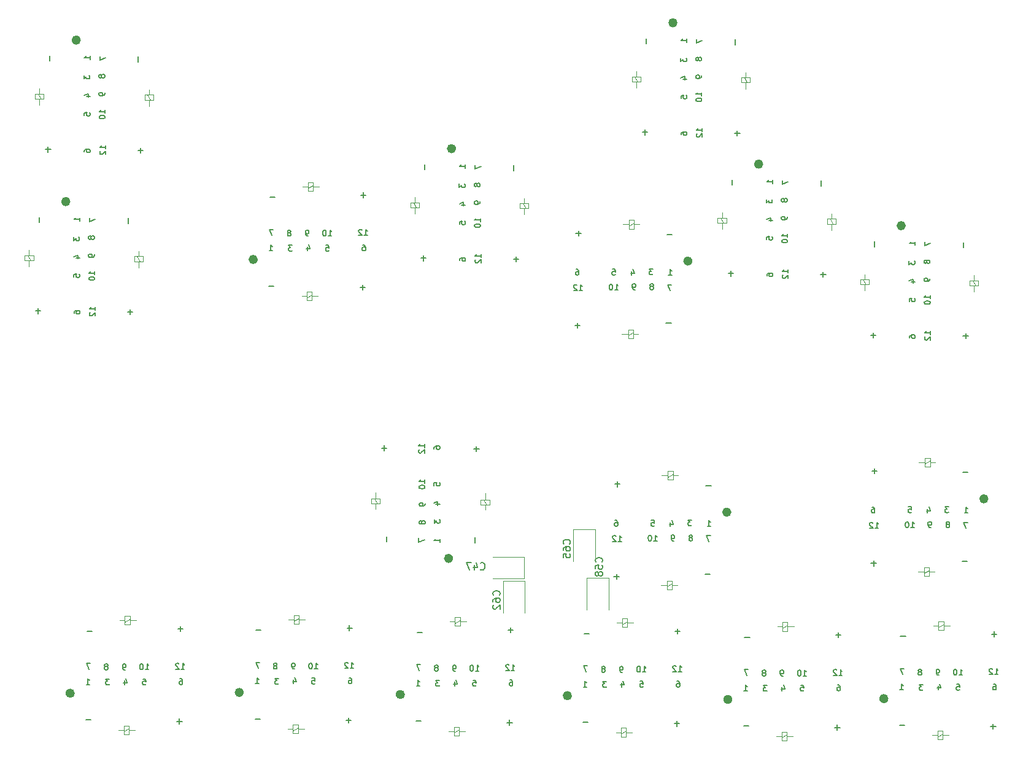
<source format=gbr>
%TF.GenerationSoftware,KiCad,Pcbnew,5.1.6-c6e7f7d~86~ubuntu18.04.1*%
%TF.CreationDate,2020-05-20T11:00:07-07:00*%
%TF.ProjectId,Cal_Station,43616c5f-5374-4617-9469-6f6e2e6b6963,rev?*%
%TF.SameCoordinates,Original*%
%TF.FileFunction,Legend,Bot*%
%TF.FilePolarity,Positive*%
%FSLAX46Y46*%
G04 Gerber Fmt 4.6, Leading zero omitted, Abs format (unit mm)*
G04 Created by KiCad (PCBNEW 5.1.6-c6e7f7d~86~ubuntu18.04.1) date 2020-05-20 11:00:07*
%MOMM*%
%LPD*%
G01*
G04 APERTURE LIST*
%ADD10C,0.150000*%
%ADD11C,0.120000*%
G04 APERTURE END LIST*
D10*
%TO.C,K17*%
X54008840Y-78443960D02*
X54714960Y-78443960D01*
D11*
X55509360Y-70779440D02*
X55509360Y-70058520D01*
X56109360Y-71479440D02*
X56109360Y-70779440D01*
X55509360Y-71479440D02*
X55509360Y-72334360D01*
X55709360Y-71479440D02*
X55309360Y-70779440D01*
X56109360Y-70779440D02*
X54909360Y-70779440D01*
D10*
X54354280Y-78108680D02*
X54354280Y-78814800D01*
D11*
X54909360Y-71479440D02*
X56109360Y-71479440D01*
X54909360Y-70779440D02*
X54909360Y-71479440D01*
D10*
X54043080Y-66245920D02*
X54043080Y-65539800D01*
G36*
X45399120Y-63757120D02*
G01*
X45841080Y-63604720D01*
X45968080Y-63315160D01*
X45968080Y-63111960D01*
X45881720Y-62913840D01*
X45780120Y-62817320D01*
X45607400Y-62741120D01*
X45449920Y-62720800D01*
X45277200Y-62741120D01*
X45124800Y-62868120D01*
X45007960Y-62984960D01*
X44962240Y-63178000D01*
X44967320Y-63396440D01*
X45058760Y-63574240D01*
X45201000Y-63691080D01*
X45399120Y-63757120D01*
G37*
X45399120Y-63757120D02*
X45841080Y-63604720D01*
X45968080Y-63315160D01*
X45968080Y-63111960D01*
X45881720Y-62913840D01*
X45780120Y-62817320D01*
X45607400Y-62741120D01*
X45449920Y-62720800D01*
X45277200Y-62741120D01*
X45124800Y-62868120D01*
X45007960Y-62984960D01*
X44962240Y-63178000D01*
X44967320Y-63396440D01*
X45058760Y-63574240D01*
X45201000Y-63691080D01*
X45399120Y-63757120D01*
X46018414Y-63238960D02*
G75*
G03*
X46018414Y-63238960I-553254J0D01*
G01*
D11*
X40409360Y-70654440D02*
X40409360Y-69933520D01*
D10*
X41604280Y-77983680D02*
X41604280Y-78689800D01*
D11*
X39809360Y-71354440D02*
X41009360Y-71354440D01*
X40609360Y-71354440D02*
X40209360Y-70654440D01*
X41009360Y-70654440D02*
X39809360Y-70654440D01*
X39809360Y-70654440D02*
X39809360Y-71354440D01*
D10*
X41793080Y-66120920D02*
X41793080Y-65414800D01*
D11*
X41009360Y-71354440D02*
X41009360Y-70654440D01*
X40409360Y-71354440D02*
X40409360Y-72209360D01*
D10*
X41258840Y-78318960D02*
X41964960Y-78318960D01*
%TO.C,K16*%
X55438840Y-56173960D02*
X56144960Y-56173960D01*
D11*
X56939360Y-48509440D02*
X56939360Y-47788520D01*
X57539360Y-49209440D02*
X57539360Y-48509440D01*
X56939360Y-49209440D02*
X56939360Y-50064360D01*
X57139360Y-49209440D02*
X56739360Y-48509440D01*
X57539360Y-48509440D02*
X56339360Y-48509440D01*
D10*
X55784280Y-55838680D02*
X55784280Y-56544800D01*
D11*
X56339360Y-49209440D02*
X57539360Y-49209440D01*
X56339360Y-48509440D02*
X56339360Y-49209440D01*
D10*
X55473080Y-43975920D02*
X55473080Y-43269800D01*
G36*
X46829120Y-41487120D02*
G01*
X47271080Y-41334720D01*
X47398080Y-41045160D01*
X47398080Y-40841960D01*
X47311720Y-40643840D01*
X47210120Y-40547320D01*
X47037400Y-40471120D01*
X46879920Y-40450800D01*
X46707200Y-40471120D01*
X46554800Y-40598120D01*
X46437960Y-40714960D01*
X46392240Y-40908000D01*
X46397320Y-41126440D01*
X46488760Y-41304240D01*
X46631000Y-41421080D01*
X46829120Y-41487120D01*
G37*
X46829120Y-41487120D02*
X47271080Y-41334720D01*
X47398080Y-41045160D01*
X47398080Y-40841960D01*
X47311720Y-40643840D01*
X47210120Y-40547320D01*
X47037400Y-40471120D01*
X46879920Y-40450800D01*
X46707200Y-40471120D01*
X46554800Y-40598120D01*
X46437960Y-40714960D01*
X46392240Y-40908000D01*
X46397320Y-41126440D01*
X46488760Y-41304240D01*
X46631000Y-41421080D01*
X46829120Y-41487120D01*
X47448414Y-40968960D02*
G75*
G03*
X47448414Y-40968960I-553254J0D01*
G01*
D11*
X41839360Y-48384440D02*
X41839360Y-47663520D01*
D10*
X43034280Y-55713680D02*
X43034280Y-56419800D01*
D11*
X41239360Y-49084440D02*
X42439360Y-49084440D01*
X42039360Y-49084440D02*
X41639360Y-48384440D01*
X42439360Y-48384440D02*
X41239360Y-48384440D01*
X41239360Y-48384440D02*
X41239360Y-49084440D01*
D10*
X43223080Y-43850920D02*
X43223080Y-43144800D01*
D11*
X42439360Y-49084440D02*
X42439360Y-48384440D01*
X41839360Y-49084440D02*
X41839360Y-49939360D01*
D10*
X42688840Y-56048960D02*
X43394960Y-56048960D01*
D11*
%TO.C,C65*%
X118490000Y-108465000D02*
X118490000Y-112850000D01*
X115470000Y-108465000D02*
X118490000Y-108465000D01*
X115470000Y-112850000D02*
X115470000Y-108465000D01*
%TO.C,C62*%
X108800000Y-115535000D02*
X108800000Y-119920000D01*
X105780000Y-115535000D02*
X108800000Y-115535000D01*
X105780000Y-119920000D02*
X105780000Y-115535000D01*
%TO.C,C58*%
X120380000Y-115145000D02*
X120380000Y-119530000D01*
X117360000Y-115145000D02*
X120380000Y-115145000D01*
X117360000Y-119530000D02*
X117360000Y-115145000D01*
%TO.C,C47*%
X108735000Y-115230000D02*
X104350000Y-115230000D01*
X108735000Y-112210000D02*
X108735000Y-115230000D01*
X104350000Y-112210000D02*
X108735000Y-112210000D01*
D10*
%TO.C,K14*%
X156920040Y-112770840D02*
X156920040Y-113476960D01*
D11*
X164584560Y-114271360D02*
X165305480Y-114271360D01*
X163884560Y-114871360D02*
X164584560Y-114871360D01*
X163884560Y-114271360D02*
X163029640Y-114271360D01*
X163884560Y-114471360D02*
X164584560Y-114071360D01*
X164584560Y-114871360D02*
X164584560Y-113671360D01*
D10*
X157255320Y-113116280D02*
X156549200Y-113116280D01*
D11*
X163884560Y-113671360D02*
X163884560Y-114871360D01*
X164584560Y-113671360D02*
X163884560Y-113671360D01*
D10*
X169118080Y-112805080D02*
X169824200Y-112805080D01*
G36*
X171606880Y-104161120D02*
G01*
X171759280Y-104603080D01*
X172048840Y-104730080D01*
X172252040Y-104730080D01*
X172450160Y-104643720D01*
X172546680Y-104542120D01*
X172622880Y-104369400D01*
X172643200Y-104211920D01*
X172622880Y-104039200D01*
X172495880Y-103886800D01*
X172379040Y-103769960D01*
X172186000Y-103724240D01*
X171967560Y-103729320D01*
X171789760Y-103820760D01*
X171672920Y-103963000D01*
X171606880Y-104161120D01*
G37*
X171606880Y-104161120D02*
X171759280Y-104603080D01*
X172048840Y-104730080D01*
X172252040Y-104730080D01*
X172450160Y-104643720D01*
X172546680Y-104542120D01*
X172622880Y-104369400D01*
X172643200Y-104211920D01*
X172622880Y-104039200D01*
X172495880Y-103886800D01*
X172379040Y-103769960D01*
X172186000Y-103724240D01*
X171967560Y-103729320D01*
X171789760Y-103820760D01*
X171672920Y-103963000D01*
X171606880Y-104161120D01*
X172678294Y-104227160D02*
G75*
G03*
X172678294Y-104227160I-553254J0D01*
G01*
D11*
X164709560Y-99171360D02*
X165430480Y-99171360D01*
D10*
X157380320Y-100366280D02*
X156674200Y-100366280D01*
D11*
X164009560Y-98571360D02*
X164009560Y-99771360D01*
X164009560Y-99371360D02*
X164709560Y-98971360D01*
X164709560Y-99771360D02*
X164709560Y-98571360D01*
X164709560Y-98571360D02*
X164009560Y-98571360D01*
D10*
X169243080Y-100555080D02*
X169949200Y-100555080D01*
D11*
X164009560Y-99771360D02*
X164709560Y-99771360D01*
X164009560Y-99171360D02*
X163154640Y-99171360D01*
D10*
X157045040Y-100020840D02*
X157045040Y-100726960D01*
%TO.C,K15*%
X149602840Y-73275960D02*
X150308960Y-73275960D01*
D11*
X151103360Y-65611440D02*
X151103360Y-64890520D01*
X151703360Y-66311440D02*
X151703360Y-65611440D01*
X151103360Y-66311440D02*
X151103360Y-67166360D01*
X151303360Y-66311440D02*
X150903360Y-65611440D01*
X151703360Y-65611440D02*
X150503360Y-65611440D01*
D10*
X149948280Y-72940680D02*
X149948280Y-73646800D01*
D11*
X150503360Y-66311440D02*
X151703360Y-66311440D01*
X150503360Y-65611440D02*
X150503360Y-66311440D01*
D10*
X149637080Y-61077920D02*
X149637080Y-60371800D01*
G36*
X140993120Y-58589120D02*
G01*
X141435080Y-58436720D01*
X141562080Y-58147160D01*
X141562080Y-57943960D01*
X141475720Y-57745840D01*
X141374120Y-57649320D01*
X141201400Y-57573120D01*
X141043920Y-57552800D01*
X140871200Y-57573120D01*
X140718800Y-57700120D01*
X140601960Y-57816960D01*
X140556240Y-58010000D01*
X140561320Y-58228440D01*
X140652760Y-58406240D01*
X140795000Y-58523080D01*
X140993120Y-58589120D01*
G37*
X140993120Y-58589120D02*
X141435080Y-58436720D01*
X141562080Y-58147160D01*
X141562080Y-57943960D01*
X141475720Y-57745840D01*
X141374120Y-57649320D01*
X141201400Y-57573120D01*
X141043920Y-57552800D01*
X140871200Y-57573120D01*
X140718800Y-57700120D01*
X140601960Y-57816960D01*
X140556240Y-58010000D01*
X140561320Y-58228440D01*
X140652760Y-58406240D01*
X140795000Y-58523080D01*
X140993120Y-58589120D01*
X141612414Y-58070960D02*
G75*
G03*
X141612414Y-58070960I-553254J0D01*
G01*
D11*
X136003360Y-65486440D02*
X136003360Y-64765520D01*
D10*
X137198280Y-72815680D02*
X137198280Y-73521800D01*
D11*
X135403360Y-66186440D02*
X136603360Y-66186440D01*
X136203360Y-66186440D02*
X135803360Y-65486440D01*
X136603360Y-65486440D02*
X135403360Y-65486440D01*
X135403360Y-65486440D02*
X135403360Y-66186440D01*
D10*
X137387080Y-60952920D02*
X137387080Y-60246800D01*
D11*
X136603360Y-66186440D02*
X136603360Y-65486440D01*
X136003360Y-66186440D02*
X136003360Y-67041360D01*
D10*
X136852840Y-73150960D02*
X137558960Y-73150960D01*
%TO.C,K13*%
X137768840Y-53793960D02*
X138474960Y-53793960D01*
D11*
X139269360Y-46129440D02*
X139269360Y-45408520D01*
X139869360Y-46829440D02*
X139869360Y-46129440D01*
X139269360Y-46829440D02*
X139269360Y-47684360D01*
X139469360Y-46829440D02*
X139069360Y-46129440D01*
X139869360Y-46129440D02*
X138669360Y-46129440D01*
D10*
X138114280Y-53458680D02*
X138114280Y-54164800D01*
D11*
X138669360Y-46829440D02*
X139869360Y-46829440D01*
X138669360Y-46129440D02*
X138669360Y-46829440D01*
D10*
X137803080Y-41595920D02*
X137803080Y-40889800D01*
G36*
X129159120Y-39107120D02*
G01*
X129601080Y-38954720D01*
X129728080Y-38665160D01*
X129728080Y-38461960D01*
X129641720Y-38263840D01*
X129540120Y-38167320D01*
X129367400Y-38091120D01*
X129209920Y-38070800D01*
X129037200Y-38091120D01*
X128884800Y-38218120D01*
X128767960Y-38334960D01*
X128722240Y-38528000D01*
X128727320Y-38746440D01*
X128818760Y-38924240D01*
X128961000Y-39041080D01*
X129159120Y-39107120D01*
G37*
X129159120Y-39107120D02*
X129601080Y-38954720D01*
X129728080Y-38665160D01*
X129728080Y-38461960D01*
X129641720Y-38263840D01*
X129540120Y-38167320D01*
X129367400Y-38091120D01*
X129209920Y-38070800D01*
X129037200Y-38091120D01*
X128884800Y-38218120D01*
X128767960Y-38334960D01*
X128722240Y-38528000D01*
X128727320Y-38746440D01*
X128818760Y-38924240D01*
X128961000Y-39041080D01*
X129159120Y-39107120D01*
X129778414Y-38588960D02*
G75*
G03*
X129778414Y-38588960I-553254J0D01*
G01*
D11*
X124169360Y-46004440D02*
X124169360Y-45283520D01*
D10*
X125364280Y-53333680D02*
X125364280Y-54039800D01*
D11*
X123569360Y-46704440D02*
X124769360Y-46704440D01*
X124369360Y-46704440D02*
X123969360Y-46004440D01*
X124769360Y-46004440D02*
X123569360Y-46004440D01*
X123569360Y-46004440D02*
X123569360Y-46704440D01*
D10*
X125553080Y-41470920D02*
X125553080Y-40764800D01*
D11*
X124769360Y-46704440D02*
X124769360Y-46004440D01*
X124169360Y-46704440D02*
X124169360Y-47559360D01*
D10*
X125018840Y-53668960D02*
X125724960Y-53668960D01*
%TO.C,K12*%
X169268840Y-81763960D02*
X169974960Y-81763960D01*
D11*
X170769360Y-74099440D02*
X170769360Y-73378520D01*
X171369360Y-74799440D02*
X171369360Y-74099440D01*
X170769360Y-74799440D02*
X170769360Y-75654360D01*
X170969360Y-74799440D02*
X170569360Y-74099440D01*
X171369360Y-74099440D02*
X170169360Y-74099440D01*
D10*
X169614280Y-81428680D02*
X169614280Y-82134800D01*
D11*
X170169360Y-74799440D02*
X171369360Y-74799440D01*
X170169360Y-74099440D02*
X170169360Y-74799440D01*
D10*
X169303080Y-69565920D02*
X169303080Y-68859800D01*
G36*
X160659120Y-67077120D02*
G01*
X161101080Y-66924720D01*
X161228080Y-66635160D01*
X161228080Y-66431960D01*
X161141720Y-66233840D01*
X161040120Y-66137320D01*
X160867400Y-66061120D01*
X160709920Y-66040800D01*
X160537200Y-66061120D01*
X160384800Y-66188120D01*
X160267960Y-66304960D01*
X160222240Y-66498000D01*
X160227320Y-66716440D01*
X160318760Y-66894240D01*
X160461000Y-67011080D01*
X160659120Y-67077120D01*
G37*
X160659120Y-67077120D02*
X161101080Y-66924720D01*
X161228080Y-66635160D01*
X161228080Y-66431960D01*
X161141720Y-66233840D01*
X161040120Y-66137320D01*
X160867400Y-66061120D01*
X160709920Y-66040800D01*
X160537200Y-66061120D01*
X160384800Y-66188120D01*
X160267960Y-66304960D01*
X160222240Y-66498000D01*
X160227320Y-66716440D01*
X160318760Y-66894240D01*
X160461000Y-67011080D01*
X160659120Y-67077120D01*
X161278414Y-66558960D02*
G75*
G03*
X161278414Y-66558960I-553254J0D01*
G01*
D11*
X155669360Y-73974440D02*
X155669360Y-73253520D01*
D10*
X156864280Y-81303680D02*
X156864280Y-82009800D01*
D11*
X155069360Y-74674440D02*
X156269360Y-74674440D01*
X155869360Y-74674440D02*
X155469360Y-73974440D01*
X156269360Y-73974440D02*
X155069360Y-73974440D01*
X155069360Y-73974440D02*
X155069360Y-74674440D01*
D10*
X157053080Y-69440920D02*
X157053080Y-68734800D01*
D11*
X156269360Y-74674440D02*
X156269360Y-73974440D01*
X155669360Y-74674440D02*
X155669360Y-75529360D01*
D10*
X156518840Y-81638960D02*
X157224960Y-81638960D01*
%TO.C,K11*%
X107220840Y-71145960D02*
X107926960Y-71145960D01*
D11*
X108721360Y-63481440D02*
X108721360Y-62760520D01*
X109321360Y-64181440D02*
X109321360Y-63481440D01*
X108721360Y-64181440D02*
X108721360Y-65036360D01*
X108921360Y-64181440D02*
X108521360Y-63481440D01*
X109321360Y-63481440D02*
X108121360Y-63481440D01*
D10*
X107566280Y-70810680D02*
X107566280Y-71516800D01*
D11*
X108121360Y-64181440D02*
X109321360Y-64181440D01*
X108121360Y-63481440D02*
X108121360Y-64181440D01*
D10*
X107255080Y-58947920D02*
X107255080Y-58241800D01*
G36*
X98611120Y-56459120D02*
G01*
X99053080Y-56306720D01*
X99180080Y-56017160D01*
X99180080Y-55813960D01*
X99093720Y-55615840D01*
X98992120Y-55519320D01*
X98819400Y-55443120D01*
X98661920Y-55422800D01*
X98489200Y-55443120D01*
X98336800Y-55570120D01*
X98219960Y-55686960D01*
X98174240Y-55880000D01*
X98179320Y-56098440D01*
X98270760Y-56276240D01*
X98413000Y-56393080D01*
X98611120Y-56459120D01*
G37*
X98611120Y-56459120D02*
X99053080Y-56306720D01*
X99180080Y-56017160D01*
X99180080Y-55813960D01*
X99093720Y-55615840D01*
X98992120Y-55519320D01*
X98819400Y-55443120D01*
X98661920Y-55422800D01*
X98489200Y-55443120D01*
X98336800Y-55570120D01*
X98219960Y-55686960D01*
X98174240Y-55880000D01*
X98179320Y-56098440D01*
X98270760Y-56276240D01*
X98413000Y-56393080D01*
X98611120Y-56459120D01*
X99230414Y-55940960D02*
G75*
G03*
X99230414Y-55940960I-553254J0D01*
G01*
D11*
X93621360Y-63356440D02*
X93621360Y-62635520D01*
D10*
X94816280Y-70685680D02*
X94816280Y-71391800D01*
D11*
X93021360Y-64056440D02*
X94221360Y-64056440D01*
X93821360Y-64056440D02*
X93421360Y-63356440D01*
X94221360Y-63356440D02*
X93021360Y-63356440D01*
X93021360Y-63356440D02*
X93021360Y-64056440D01*
D10*
X95005080Y-58822920D02*
X95005080Y-58116800D01*
D11*
X94221360Y-64056440D02*
X94221360Y-63356440D01*
X93621360Y-64056440D02*
X93621360Y-64911360D01*
D10*
X94470840Y-71020960D02*
X95176960Y-71020960D01*
%TO.C,K10*%
X116086040Y-79988840D02*
X116086040Y-80694960D01*
D11*
X123750560Y-81489360D02*
X124471480Y-81489360D01*
X123050560Y-82089360D02*
X123750560Y-82089360D01*
X123050560Y-81489360D02*
X122195640Y-81489360D01*
X123050560Y-81689360D02*
X123750560Y-81289360D01*
X123750560Y-82089360D02*
X123750560Y-80889360D01*
D10*
X116421320Y-80334280D02*
X115715200Y-80334280D01*
D11*
X123050560Y-80889360D02*
X123050560Y-82089360D01*
X123750560Y-80889360D02*
X123050560Y-80889360D01*
D10*
X128284080Y-80023080D02*
X128990200Y-80023080D01*
G36*
X130772880Y-71379120D02*
G01*
X130925280Y-71821080D01*
X131214840Y-71948080D01*
X131418040Y-71948080D01*
X131616160Y-71861720D01*
X131712680Y-71760120D01*
X131788880Y-71587400D01*
X131809200Y-71429920D01*
X131788880Y-71257200D01*
X131661880Y-71104800D01*
X131545040Y-70987960D01*
X131352000Y-70942240D01*
X131133560Y-70947320D01*
X130955760Y-71038760D01*
X130838920Y-71181000D01*
X130772880Y-71379120D01*
G37*
X130772880Y-71379120D02*
X130925280Y-71821080D01*
X131214840Y-71948080D01*
X131418040Y-71948080D01*
X131616160Y-71861720D01*
X131712680Y-71760120D01*
X131788880Y-71587400D01*
X131809200Y-71429920D01*
X131788880Y-71257200D01*
X131661880Y-71104800D01*
X131545040Y-70987960D01*
X131352000Y-70942240D01*
X131133560Y-70947320D01*
X130955760Y-71038760D01*
X130838920Y-71181000D01*
X130772880Y-71379120D01*
X131844294Y-71445160D02*
G75*
G03*
X131844294Y-71445160I-553254J0D01*
G01*
D11*
X123875560Y-66389360D02*
X124596480Y-66389360D01*
D10*
X116546320Y-67584280D02*
X115840200Y-67584280D01*
D11*
X123175560Y-65789360D02*
X123175560Y-66989360D01*
X123175560Y-66589360D02*
X123875560Y-66189360D01*
X123875560Y-66989360D02*
X123875560Y-65789360D01*
X123875560Y-65789360D02*
X123175560Y-65789360D01*
D10*
X128409080Y-67773080D02*
X129115200Y-67773080D01*
D11*
X123175560Y-66989360D02*
X123875560Y-66989360D01*
X123175560Y-66389360D02*
X122320640Y-66389360D01*
D10*
X116211040Y-67238840D02*
X116211040Y-67944960D01*
%TO.C,K9*%
X121454040Y-114606840D02*
X121454040Y-115312960D01*
D11*
X129118560Y-116107360D02*
X129839480Y-116107360D01*
X128418560Y-116707360D02*
X129118560Y-116707360D01*
X128418560Y-116107360D02*
X127563640Y-116107360D01*
X128418560Y-116307360D02*
X129118560Y-115907360D01*
X129118560Y-116707360D02*
X129118560Y-115507360D01*
D10*
X121789320Y-114952280D02*
X121083200Y-114952280D01*
D11*
X128418560Y-115507360D02*
X128418560Y-116707360D01*
X129118560Y-115507360D02*
X128418560Y-115507360D01*
D10*
X133652080Y-114641080D02*
X134358200Y-114641080D01*
G36*
X136140880Y-105997120D02*
G01*
X136293280Y-106439080D01*
X136582840Y-106566080D01*
X136786040Y-106566080D01*
X136984160Y-106479720D01*
X137080680Y-106378120D01*
X137156880Y-106205400D01*
X137177200Y-106047920D01*
X137156880Y-105875200D01*
X137029880Y-105722800D01*
X136913040Y-105605960D01*
X136720000Y-105560240D01*
X136501560Y-105565320D01*
X136323760Y-105656760D01*
X136206920Y-105799000D01*
X136140880Y-105997120D01*
G37*
X136140880Y-105997120D02*
X136293280Y-106439080D01*
X136582840Y-106566080D01*
X136786040Y-106566080D01*
X136984160Y-106479720D01*
X137080680Y-106378120D01*
X137156880Y-106205400D01*
X137177200Y-106047920D01*
X137156880Y-105875200D01*
X137029880Y-105722800D01*
X136913040Y-105605960D01*
X136720000Y-105560240D01*
X136501560Y-105565320D01*
X136323760Y-105656760D01*
X136206920Y-105799000D01*
X136140880Y-105997120D01*
X137212294Y-106063160D02*
G75*
G03*
X137212294Y-106063160I-553254J0D01*
G01*
D11*
X129243560Y-101007360D02*
X129964480Y-101007360D01*
D10*
X121914320Y-102202280D02*
X121208200Y-102202280D01*
D11*
X128543560Y-100407360D02*
X128543560Y-101607360D01*
X128543560Y-101207360D02*
X129243560Y-100807360D01*
X129243560Y-101607360D02*
X129243560Y-100407360D01*
X129243560Y-100407360D02*
X128543560Y-100407360D01*
D10*
X133777080Y-102391080D02*
X134483200Y-102391080D01*
D11*
X128543560Y-101607360D02*
X129243560Y-101607360D01*
X128543560Y-101007360D02*
X127688640Y-101007360D01*
D10*
X121579040Y-101856840D02*
X121579040Y-102562960D01*
%TO.C,K8*%
X86513960Y-62675520D02*
X86513960Y-61969400D01*
D11*
X78849440Y-61175000D02*
X78128520Y-61175000D01*
X79549440Y-60575000D02*
X78849440Y-60575000D01*
X79549440Y-61175000D02*
X80404360Y-61175000D01*
X79549440Y-60975000D02*
X78849440Y-61375000D01*
X78849440Y-60575000D02*
X78849440Y-61775000D01*
D10*
X86178680Y-62330080D02*
X86884800Y-62330080D01*
D11*
X79549440Y-61775000D02*
X79549440Y-60575000D01*
X78849440Y-61775000D02*
X79549440Y-61775000D01*
D10*
X74315920Y-62641280D02*
X73609800Y-62641280D01*
G36*
X71827120Y-71285240D02*
G01*
X71674720Y-70843280D01*
X71385160Y-70716280D01*
X71181960Y-70716280D01*
X70983840Y-70802640D01*
X70887320Y-70904240D01*
X70811120Y-71076960D01*
X70790800Y-71234440D01*
X70811120Y-71407160D01*
X70938120Y-71559560D01*
X71054960Y-71676400D01*
X71248000Y-71722120D01*
X71466440Y-71717040D01*
X71644240Y-71625600D01*
X71761080Y-71483360D01*
X71827120Y-71285240D01*
G37*
X71827120Y-71285240D02*
X71674720Y-70843280D01*
X71385160Y-70716280D01*
X71181960Y-70716280D01*
X70983840Y-70802640D01*
X70887320Y-70904240D01*
X70811120Y-71076960D01*
X70790800Y-71234440D01*
X70811120Y-71407160D01*
X70938120Y-71559560D01*
X71054960Y-71676400D01*
X71248000Y-71722120D01*
X71466440Y-71717040D01*
X71644240Y-71625600D01*
X71761080Y-71483360D01*
X71827120Y-71285240D01*
X71862214Y-71219200D02*
G75*
G03*
X71862214Y-71219200I-553254J0D01*
G01*
D11*
X78724440Y-76275000D02*
X78003520Y-76275000D01*
D10*
X86053680Y-75080080D02*
X86759800Y-75080080D01*
D11*
X79424440Y-76875000D02*
X79424440Y-75675000D01*
X79424440Y-76075000D02*
X78724440Y-76475000D01*
X78724440Y-75675000D02*
X78724440Y-76875000D01*
X78724440Y-76875000D02*
X79424440Y-76875000D01*
D10*
X74190920Y-74891280D02*
X73484800Y-74891280D01*
D11*
X79424440Y-75675000D02*
X78724440Y-75675000D01*
X79424440Y-76275000D02*
X80279360Y-76275000D01*
D10*
X86388960Y-75425520D02*
X86388960Y-74719400D01*
%TO.C,K7*%
X173533960Y-123221160D02*
X173533960Y-122515040D01*
D11*
X165869440Y-121720640D02*
X165148520Y-121720640D01*
X166569440Y-121120640D02*
X165869440Y-121120640D01*
X166569440Y-121720640D02*
X167424360Y-121720640D01*
X166569440Y-121520640D02*
X165869440Y-121920640D01*
X165869440Y-121120640D02*
X165869440Y-122320640D01*
D10*
X173198680Y-122875720D02*
X173904800Y-122875720D01*
D11*
X166569440Y-122320640D02*
X166569440Y-121120640D01*
X165869440Y-122320640D02*
X166569440Y-122320640D01*
D10*
X161335920Y-123186920D02*
X160629800Y-123186920D01*
G36*
X158847120Y-131830880D02*
G01*
X158694720Y-131388920D01*
X158405160Y-131261920D01*
X158201960Y-131261920D01*
X158003840Y-131348280D01*
X157907320Y-131449880D01*
X157831120Y-131622600D01*
X157810800Y-131780080D01*
X157831120Y-131952800D01*
X157958120Y-132105200D01*
X158074960Y-132222040D01*
X158268000Y-132267760D01*
X158486440Y-132262680D01*
X158664240Y-132171240D01*
X158781080Y-132029000D01*
X158847120Y-131830880D01*
G37*
X158847120Y-131830880D02*
X158694720Y-131388920D01*
X158405160Y-131261920D01*
X158201960Y-131261920D01*
X158003840Y-131348280D01*
X157907320Y-131449880D01*
X157831120Y-131622600D01*
X157810800Y-131780080D01*
X157831120Y-131952800D01*
X157958120Y-132105200D01*
X158074960Y-132222040D01*
X158268000Y-132267760D01*
X158486440Y-132262680D01*
X158664240Y-132171240D01*
X158781080Y-132029000D01*
X158847120Y-131830880D01*
X158882214Y-131764840D02*
G75*
G03*
X158882214Y-131764840I-553254J0D01*
G01*
D11*
X165744440Y-136820640D02*
X165023520Y-136820640D01*
D10*
X173073680Y-135625720D02*
X173779800Y-135625720D01*
D11*
X166444440Y-137420640D02*
X166444440Y-136220640D01*
X166444440Y-136620640D02*
X165744440Y-137020640D01*
X165744440Y-136220640D02*
X165744440Y-137420640D01*
X165744440Y-137420640D02*
X166444440Y-137420640D01*
D10*
X161210920Y-135436920D02*
X160504800Y-135436920D01*
D11*
X166444440Y-136220640D02*
X165744440Y-136220640D01*
X166444440Y-136820640D02*
X167299360Y-136820640D01*
D10*
X173408960Y-135971160D02*
X173408960Y-135265040D01*
%TO.C,K6*%
X61273960Y-122483160D02*
X61273960Y-121777040D01*
D11*
X53609440Y-120982640D02*
X52888520Y-120982640D01*
X54309440Y-120382640D02*
X53609440Y-120382640D01*
X54309440Y-120982640D02*
X55164360Y-120982640D01*
X54309440Y-120782640D02*
X53609440Y-121182640D01*
X53609440Y-120382640D02*
X53609440Y-121582640D01*
D10*
X60938680Y-122137720D02*
X61644800Y-122137720D01*
D11*
X54309440Y-121582640D02*
X54309440Y-120382640D01*
X53609440Y-121582640D02*
X54309440Y-121582640D01*
D10*
X49075920Y-122448920D02*
X48369800Y-122448920D01*
G36*
X46587120Y-131092880D02*
G01*
X46434720Y-130650920D01*
X46145160Y-130523920D01*
X45941960Y-130523920D01*
X45743840Y-130610280D01*
X45647320Y-130711880D01*
X45571120Y-130884600D01*
X45550800Y-131042080D01*
X45571120Y-131214800D01*
X45698120Y-131367200D01*
X45814960Y-131484040D01*
X46008000Y-131529760D01*
X46226440Y-131524680D01*
X46404240Y-131433240D01*
X46521080Y-131291000D01*
X46587120Y-131092880D01*
G37*
X46587120Y-131092880D02*
X46434720Y-130650920D01*
X46145160Y-130523920D01*
X45941960Y-130523920D01*
X45743840Y-130610280D01*
X45647320Y-130711880D01*
X45571120Y-130884600D01*
X45550800Y-131042080D01*
X45571120Y-131214800D01*
X45698120Y-131367200D01*
X45814960Y-131484040D01*
X46008000Y-131529760D01*
X46226440Y-131524680D01*
X46404240Y-131433240D01*
X46521080Y-131291000D01*
X46587120Y-131092880D01*
X46622214Y-131026840D02*
G75*
G03*
X46622214Y-131026840I-553254J0D01*
G01*
D11*
X53484440Y-136082640D02*
X52763520Y-136082640D01*
D10*
X60813680Y-134887720D02*
X61519800Y-134887720D01*
D11*
X54184440Y-136682640D02*
X54184440Y-135482640D01*
X54184440Y-135882640D02*
X53484440Y-136282640D01*
X53484440Y-135482640D02*
X53484440Y-136682640D01*
X53484440Y-136682640D02*
X54184440Y-136682640D01*
D10*
X48950920Y-134698920D02*
X48244800Y-134698920D01*
D11*
X54184440Y-135482640D02*
X53484440Y-135482640D01*
X54184440Y-136082640D02*
X55039360Y-136082640D01*
D10*
X61148960Y-135233160D02*
X61148960Y-134527040D01*
%TO.C,K5*%
X84603960Y-122371160D02*
X84603960Y-121665040D01*
D11*
X76939440Y-120870640D02*
X76218520Y-120870640D01*
X77639440Y-120270640D02*
X76939440Y-120270640D01*
X77639440Y-120870640D02*
X78494360Y-120870640D01*
X77639440Y-120670640D02*
X76939440Y-121070640D01*
X76939440Y-120270640D02*
X76939440Y-121470640D01*
D10*
X84268680Y-122025720D02*
X84974800Y-122025720D01*
D11*
X77639440Y-121470640D02*
X77639440Y-120270640D01*
X76939440Y-121470640D02*
X77639440Y-121470640D01*
D10*
X72405920Y-122336920D02*
X71699800Y-122336920D01*
G36*
X69917120Y-130980880D02*
G01*
X69764720Y-130538920D01*
X69475160Y-130411920D01*
X69271960Y-130411920D01*
X69073840Y-130498280D01*
X68977320Y-130599880D01*
X68901120Y-130772600D01*
X68880800Y-130930080D01*
X68901120Y-131102800D01*
X69028120Y-131255200D01*
X69144960Y-131372040D01*
X69338000Y-131417760D01*
X69556440Y-131412680D01*
X69734240Y-131321240D01*
X69851080Y-131179000D01*
X69917120Y-130980880D01*
G37*
X69917120Y-130980880D02*
X69764720Y-130538920D01*
X69475160Y-130411920D01*
X69271960Y-130411920D01*
X69073840Y-130498280D01*
X68977320Y-130599880D01*
X68901120Y-130772600D01*
X68880800Y-130930080D01*
X68901120Y-131102800D01*
X69028120Y-131255200D01*
X69144960Y-131372040D01*
X69338000Y-131417760D01*
X69556440Y-131412680D01*
X69734240Y-131321240D01*
X69851080Y-131179000D01*
X69917120Y-130980880D01*
X69952214Y-130914840D02*
G75*
G03*
X69952214Y-130914840I-553254J0D01*
G01*
D11*
X76814440Y-135970640D02*
X76093520Y-135970640D01*
D10*
X84143680Y-134775720D02*
X84849800Y-134775720D01*
D11*
X77514440Y-136570640D02*
X77514440Y-135370640D01*
X77514440Y-135770640D02*
X76814440Y-136170640D01*
X76814440Y-135370640D02*
X76814440Y-136570640D01*
X76814440Y-136570640D02*
X77514440Y-136570640D01*
D10*
X72280920Y-134586920D02*
X71574800Y-134586920D01*
D11*
X77514440Y-135370640D02*
X76814440Y-135370640D01*
X77514440Y-135970640D02*
X78369360Y-135970640D01*
D10*
X84478960Y-135121160D02*
X84478960Y-134415040D01*
%TO.C,K4*%
X106823960Y-122659160D02*
X106823960Y-121953040D01*
D11*
X99159440Y-121158640D02*
X98438520Y-121158640D01*
X99859440Y-120558640D02*
X99159440Y-120558640D01*
X99859440Y-121158640D02*
X100714360Y-121158640D01*
X99859440Y-120958640D02*
X99159440Y-121358640D01*
X99159440Y-120558640D02*
X99159440Y-121758640D01*
D10*
X106488680Y-122313720D02*
X107194800Y-122313720D01*
D11*
X99859440Y-121758640D02*
X99859440Y-120558640D01*
X99159440Y-121758640D02*
X99859440Y-121758640D01*
D10*
X94625920Y-122624920D02*
X93919800Y-122624920D01*
G36*
X92137120Y-131268880D02*
G01*
X91984720Y-130826920D01*
X91695160Y-130699920D01*
X91491960Y-130699920D01*
X91293840Y-130786280D01*
X91197320Y-130887880D01*
X91121120Y-131060600D01*
X91100800Y-131218080D01*
X91121120Y-131390800D01*
X91248120Y-131543200D01*
X91364960Y-131660040D01*
X91558000Y-131705760D01*
X91776440Y-131700680D01*
X91954240Y-131609240D01*
X92071080Y-131467000D01*
X92137120Y-131268880D01*
G37*
X92137120Y-131268880D02*
X91984720Y-130826920D01*
X91695160Y-130699920D01*
X91491960Y-130699920D01*
X91293840Y-130786280D01*
X91197320Y-130887880D01*
X91121120Y-131060600D01*
X91100800Y-131218080D01*
X91121120Y-131390800D01*
X91248120Y-131543200D01*
X91364960Y-131660040D01*
X91558000Y-131705760D01*
X91776440Y-131700680D01*
X91954240Y-131609240D01*
X92071080Y-131467000D01*
X92137120Y-131268880D01*
X92172214Y-131202840D02*
G75*
G03*
X92172214Y-131202840I-553254J0D01*
G01*
D11*
X99034440Y-136258640D02*
X98313520Y-136258640D01*
D10*
X106363680Y-135063720D02*
X107069800Y-135063720D01*
D11*
X99734440Y-136858640D02*
X99734440Y-135658640D01*
X99734440Y-136058640D02*
X99034440Y-136458640D01*
X99034440Y-135658640D02*
X99034440Y-136858640D01*
X99034440Y-136858640D02*
X99734440Y-136858640D01*
D10*
X94500920Y-134874920D02*
X93794800Y-134874920D01*
D11*
X99734440Y-135658640D02*
X99034440Y-135658640D01*
X99734440Y-136258640D02*
X100589360Y-136258640D01*
D10*
X106698960Y-135409160D02*
X106698960Y-134703040D01*
%TO.C,K3*%
X129863960Y-122815160D02*
X129863960Y-122109040D01*
D11*
X122199440Y-121314640D02*
X121478520Y-121314640D01*
X122899440Y-120714640D02*
X122199440Y-120714640D01*
X122899440Y-121314640D02*
X123754360Y-121314640D01*
X122899440Y-121114640D02*
X122199440Y-121514640D01*
X122199440Y-120714640D02*
X122199440Y-121914640D01*
D10*
X129528680Y-122469720D02*
X130234800Y-122469720D01*
D11*
X122899440Y-121914640D02*
X122899440Y-120714640D01*
X122199440Y-121914640D02*
X122899440Y-121914640D01*
D10*
X117665920Y-122780920D02*
X116959800Y-122780920D01*
G36*
X115177120Y-131424880D02*
G01*
X115024720Y-130982920D01*
X114735160Y-130855920D01*
X114531960Y-130855920D01*
X114333840Y-130942280D01*
X114237320Y-131043880D01*
X114161120Y-131216600D01*
X114140800Y-131374080D01*
X114161120Y-131546800D01*
X114288120Y-131699200D01*
X114404960Y-131816040D01*
X114598000Y-131861760D01*
X114816440Y-131856680D01*
X114994240Y-131765240D01*
X115111080Y-131623000D01*
X115177120Y-131424880D01*
G37*
X115177120Y-131424880D02*
X115024720Y-130982920D01*
X114735160Y-130855920D01*
X114531960Y-130855920D01*
X114333840Y-130942280D01*
X114237320Y-131043880D01*
X114161120Y-131216600D01*
X114140800Y-131374080D01*
X114161120Y-131546800D01*
X114288120Y-131699200D01*
X114404960Y-131816040D01*
X114598000Y-131861760D01*
X114816440Y-131856680D01*
X114994240Y-131765240D01*
X115111080Y-131623000D01*
X115177120Y-131424880D01*
X115212214Y-131358840D02*
G75*
G03*
X115212214Y-131358840I-553254J0D01*
G01*
D11*
X122074440Y-136414640D02*
X121353520Y-136414640D01*
D10*
X129403680Y-135219720D02*
X130109800Y-135219720D01*
D11*
X122774440Y-137014640D02*
X122774440Y-135814640D01*
X122774440Y-136214640D02*
X122074440Y-136614640D01*
X122074440Y-135814640D02*
X122074440Y-137014640D01*
X122074440Y-137014640D02*
X122774440Y-137014640D01*
D10*
X117540920Y-135030920D02*
X116834800Y-135030920D01*
D11*
X122774440Y-135814640D02*
X122074440Y-135814640D01*
X122774440Y-136414640D02*
X123629360Y-136414640D01*
D10*
X129738960Y-135565160D02*
X129738960Y-134859040D01*
%TO.C,K2*%
X152019960Y-123343160D02*
X152019960Y-122637040D01*
D11*
X144355440Y-121842640D02*
X143634520Y-121842640D01*
X145055440Y-121242640D02*
X144355440Y-121242640D01*
X145055440Y-121842640D02*
X145910360Y-121842640D01*
X145055440Y-121642640D02*
X144355440Y-122042640D01*
X144355440Y-121242640D02*
X144355440Y-122442640D01*
D10*
X151684680Y-122997720D02*
X152390800Y-122997720D01*
D11*
X145055440Y-122442640D02*
X145055440Y-121242640D01*
X144355440Y-122442640D02*
X145055440Y-122442640D01*
D10*
X139821920Y-123308920D02*
X139115800Y-123308920D01*
G36*
X137333120Y-131952880D02*
G01*
X137180720Y-131510920D01*
X136891160Y-131383920D01*
X136687960Y-131383920D01*
X136489840Y-131470280D01*
X136393320Y-131571880D01*
X136317120Y-131744600D01*
X136296800Y-131902080D01*
X136317120Y-132074800D01*
X136444120Y-132227200D01*
X136560960Y-132344040D01*
X136754000Y-132389760D01*
X136972440Y-132384680D01*
X137150240Y-132293240D01*
X137267080Y-132151000D01*
X137333120Y-131952880D01*
G37*
X137333120Y-131952880D02*
X137180720Y-131510920D01*
X136891160Y-131383920D01*
X136687960Y-131383920D01*
X136489840Y-131470280D01*
X136393320Y-131571880D01*
X136317120Y-131744600D01*
X136296800Y-131902080D01*
X136317120Y-132074800D01*
X136444120Y-132227200D01*
X136560960Y-132344040D01*
X136754000Y-132389760D01*
X136972440Y-132384680D01*
X137150240Y-132293240D01*
X137267080Y-132151000D01*
X137333120Y-131952880D01*
X137368214Y-131886840D02*
G75*
G03*
X137368214Y-131886840I-553254J0D01*
G01*
D11*
X144230440Y-136942640D02*
X143509520Y-136942640D01*
D10*
X151559680Y-135747720D02*
X152265800Y-135747720D01*
D11*
X144930440Y-137542640D02*
X144930440Y-136342640D01*
X144930440Y-136742640D02*
X144230440Y-137142640D01*
X144230440Y-136342640D02*
X144230440Y-137542640D01*
X144230440Y-137542640D02*
X144930440Y-137542640D01*
D10*
X139696920Y-135558920D02*
X138990800Y-135558920D01*
D11*
X144930440Y-136342640D02*
X144230440Y-136342640D01*
X144930440Y-136942640D02*
X145785360Y-136942640D01*
D10*
X151894960Y-136093160D02*
X151894960Y-135387040D01*
%TO.C,K1*%
X89723520Y-97240040D02*
X89017400Y-97240040D01*
D11*
X88223000Y-104904560D02*
X88223000Y-105625480D01*
X87623000Y-104204560D02*
X87623000Y-104904560D01*
X88223000Y-104204560D02*
X88223000Y-103349640D01*
X88023000Y-104204560D02*
X88423000Y-104904560D01*
X87623000Y-104904560D02*
X88823000Y-104904560D01*
D10*
X89378080Y-97575320D02*
X89378080Y-96869200D01*
D11*
X88823000Y-104204560D02*
X87623000Y-104204560D01*
X88823000Y-104904560D02*
X88823000Y-104204560D01*
D10*
X89689280Y-109438080D02*
X89689280Y-110144200D01*
G36*
X98333240Y-111926880D02*
G01*
X97891280Y-112079280D01*
X97764280Y-112368840D01*
X97764280Y-112572040D01*
X97850640Y-112770160D01*
X97952240Y-112866680D01*
X98124960Y-112942880D01*
X98282440Y-112963200D01*
X98455160Y-112942880D01*
X98607560Y-112815880D01*
X98724400Y-112699040D01*
X98770120Y-112506000D01*
X98765040Y-112287560D01*
X98673600Y-112109760D01*
X98531360Y-111992920D01*
X98333240Y-111926880D01*
G37*
X98333240Y-111926880D02*
X97891280Y-112079280D01*
X97764280Y-112368840D01*
X97764280Y-112572040D01*
X97850640Y-112770160D01*
X97952240Y-112866680D01*
X98124960Y-112942880D01*
X98282440Y-112963200D01*
X98455160Y-112942880D01*
X98607560Y-112815880D01*
X98724400Y-112699040D01*
X98770120Y-112506000D01*
X98765040Y-112287560D01*
X98673600Y-112109760D01*
X98531360Y-111992920D01*
X98333240Y-111926880D01*
X98820454Y-112445040D02*
G75*
G03*
X98820454Y-112445040I-553254J0D01*
G01*
D11*
X103323000Y-105029560D02*
X103323000Y-105750480D01*
D10*
X102128080Y-97700320D02*
X102128080Y-96994200D01*
D11*
X103923000Y-104329560D02*
X102723000Y-104329560D01*
X103123000Y-104329560D02*
X103523000Y-105029560D01*
X102723000Y-105029560D02*
X103923000Y-105029560D01*
X103923000Y-105029560D02*
X103923000Y-104329560D01*
D10*
X101939280Y-109563080D02*
X101939280Y-110269200D01*
D11*
X102723000Y-104329560D02*
X102723000Y-105029560D01*
X103323000Y-104329560D02*
X103323000Y-103474640D01*
D10*
X102473520Y-97365040D02*
X101767400Y-97365040D01*
%TO.C,K17*%
X46858571Y-71017380D02*
X47391904Y-71017380D01*
X46553809Y-70826904D02*
X47125238Y-70636428D01*
X47125238Y-71131666D01*
X47391904Y-65918571D02*
X47391904Y-65461428D01*
X47391904Y-65690000D02*
X46591904Y-65690000D01*
X46706190Y-65613809D01*
X46782380Y-65537619D01*
X46820476Y-65461428D01*
X48716904Y-65498333D02*
X48716904Y-66031666D01*
X49516904Y-65688809D01*
X48959761Y-68138809D02*
X48921666Y-68062619D01*
X48883571Y-68024523D01*
X48807380Y-67986428D01*
X48769285Y-67986428D01*
X48693095Y-68024523D01*
X48655000Y-68062619D01*
X48616904Y-68138809D01*
X48616904Y-68291190D01*
X48655000Y-68367380D01*
X48693095Y-68405476D01*
X48769285Y-68443571D01*
X48807380Y-68443571D01*
X48883571Y-68405476D01*
X48921666Y-68367380D01*
X48959761Y-68291190D01*
X48959761Y-68138809D01*
X48997857Y-68062619D01*
X49035952Y-68024523D01*
X49112142Y-67986428D01*
X49264523Y-67986428D01*
X49340714Y-68024523D01*
X49378809Y-68062619D01*
X49416904Y-68138809D01*
X49416904Y-68291190D01*
X49378809Y-68367380D01*
X49340714Y-68405476D01*
X49264523Y-68443571D01*
X49112142Y-68443571D01*
X49035952Y-68405476D01*
X48997857Y-68367380D01*
X48959761Y-68291190D01*
X46591904Y-78667380D02*
X46591904Y-78515000D01*
X46630000Y-78438809D01*
X46668095Y-78400714D01*
X46782380Y-78324523D01*
X46934761Y-78286428D01*
X47239523Y-78286428D01*
X47315714Y-78324523D01*
X47353809Y-78362619D01*
X47391904Y-78438809D01*
X47391904Y-78591190D01*
X47353809Y-78667380D01*
X47315714Y-78705476D01*
X47239523Y-78743571D01*
X47049047Y-78743571D01*
X46972857Y-78705476D01*
X46934761Y-78667380D01*
X46896666Y-78591190D01*
X46896666Y-78438809D01*
X46934761Y-78362619D01*
X46972857Y-78324523D01*
X47049047Y-78286428D01*
X49516904Y-78237619D02*
X49516904Y-77780476D01*
X49516904Y-78009047D02*
X48716904Y-78009047D01*
X48831190Y-77932857D01*
X48907380Y-77856666D01*
X48945476Y-77780476D01*
X48793095Y-78542380D02*
X48755000Y-78580476D01*
X48716904Y-78656666D01*
X48716904Y-78847142D01*
X48755000Y-78923333D01*
X48793095Y-78961428D01*
X48869285Y-78999523D01*
X48945476Y-78999523D01*
X49059761Y-78961428D01*
X49516904Y-78504285D01*
X49516904Y-78999523D01*
X49441904Y-73312619D02*
X49441904Y-72855476D01*
X49441904Y-73084047D02*
X48641904Y-73084047D01*
X48756190Y-73007857D01*
X48832380Y-72931666D01*
X48870476Y-72855476D01*
X48641904Y-73807857D02*
X48641904Y-73884047D01*
X48680000Y-73960238D01*
X48718095Y-73998333D01*
X48794285Y-74036428D01*
X48946666Y-74074523D01*
X49137142Y-74074523D01*
X49289523Y-74036428D01*
X49365714Y-73998333D01*
X49403809Y-73960238D01*
X49441904Y-73884047D01*
X49441904Y-73807857D01*
X49403809Y-73731666D01*
X49365714Y-73693571D01*
X49289523Y-73655476D01*
X49137142Y-73617380D01*
X48946666Y-73617380D01*
X48794285Y-73655476D01*
X48718095Y-73693571D01*
X48680000Y-73731666D01*
X48641904Y-73807857D01*
X46566904Y-73655476D02*
X46566904Y-73274523D01*
X46947857Y-73236428D01*
X46909761Y-73274523D01*
X46871666Y-73350714D01*
X46871666Y-73541190D01*
X46909761Y-73617380D01*
X46947857Y-73655476D01*
X47024047Y-73693571D01*
X47214523Y-73693571D01*
X47290714Y-73655476D01*
X47328809Y-73617380D01*
X47366904Y-73541190D01*
X47366904Y-73350714D01*
X47328809Y-73274523D01*
X47290714Y-73236428D01*
X49416904Y-70537619D02*
X49416904Y-70690000D01*
X49378809Y-70766190D01*
X49340714Y-70804285D01*
X49226428Y-70880476D01*
X49074047Y-70918571D01*
X48769285Y-70918571D01*
X48693095Y-70880476D01*
X48655000Y-70842380D01*
X48616904Y-70766190D01*
X48616904Y-70613809D01*
X48655000Y-70537619D01*
X48693095Y-70499523D01*
X48769285Y-70461428D01*
X48959761Y-70461428D01*
X49035952Y-70499523D01*
X49074047Y-70537619D01*
X49112142Y-70613809D01*
X49112142Y-70766190D01*
X49074047Y-70842380D01*
X49035952Y-70880476D01*
X48959761Y-70918571D01*
X46541904Y-68098333D02*
X46541904Y-68593571D01*
X46846666Y-68326904D01*
X46846666Y-68441190D01*
X46884761Y-68517380D01*
X46922857Y-68555476D01*
X46999047Y-68593571D01*
X47189523Y-68593571D01*
X47265714Y-68555476D01*
X47303809Y-68517380D01*
X47341904Y-68441190D01*
X47341904Y-68212619D01*
X47303809Y-68136428D01*
X47265714Y-68098333D01*
%TO.C,K16*%
X48288571Y-48747380D02*
X48821904Y-48747380D01*
X47983809Y-48556904D02*
X48555238Y-48366428D01*
X48555238Y-48861666D01*
X48821904Y-43648571D02*
X48821904Y-43191428D01*
X48821904Y-43420000D02*
X48021904Y-43420000D01*
X48136190Y-43343809D01*
X48212380Y-43267619D01*
X48250476Y-43191428D01*
X50146904Y-43228333D02*
X50146904Y-43761666D01*
X50946904Y-43418809D01*
X50389761Y-45868809D02*
X50351666Y-45792619D01*
X50313571Y-45754523D01*
X50237380Y-45716428D01*
X50199285Y-45716428D01*
X50123095Y-45754523D01*
X50085000Y-45792619D01*
X50046904Y-45868809D01*
X50046904Y-46021190D01*
X50085000Y-46097380D01*
X50123095Y-46135476D01*
X50199285Y-46173571D01*
X50237380Y-46173571D01*
X50313571Y-46135476D01*
X50351666Y-46097380D01*
X50389761Y-46021190D01*
X50389761Y-45868809D01*
X50427857Y-45792619D01*
X50465952Y-45754523D01*
X50542142Y-45716428D01*
X50694523Y-45716428D01*
X50770714Y-45754523D01*
X50808809Y-45792619D01*
X50846904Y-45868809D01*
X50846904Y-46021190D01*
X50808809Y-46097380D01*
X50770714Y-46135476D01*
X50694523Y-46173571D01*
X50542142Y-46173571D01*
X50465952Y-46135476D01*
X50427857Y-46097380D01*
X50389761Y-46021190D01*
X48021904Y-56397380D02*
X48021904Y-56245000D01*
X48060000Y-56168809D01*
X48098095Y-56130714D01*
X48212380Y-56054523D01*
X48364761Y-56016428D01*
X48669523Y-56016428D01*
X48745714Y-56054523D01*
X48783809Y-56092619D01*
X48821904Y-56168809D01*
X48821904Y-56321190D01*
X48783809Y-56397380D01*
X48745714Y-56435476D01*
X48669523Y-56473571D01*
X48479047Y-56473571D01*
X48402857Y-56435476D01*
X48364761Y-56397380D01*
X48326666Y-56321190D01*
X48326666Y-56168809D01*
X48364761Y-56092619D01*
X48402857Y-56054523D01*
X48479047Y-56016428D01*
X50946904Y-55967619D02*
X50946904Y-55510476D01*
X50946904Y-55739047D02*
X50146904Y-55739047D01*
X50261190Y-55662857D01*
X50337380Y-55586666D01*
X50375476Y-55510476D01*
X50223095Y-56272380D02*
X50185000Y-56310476D01*
X50146904Y-56386666D01*
X50146904Y-56577142D01*
X50185000Y-56653333D01*
X50223095Y-56691428D01*
X50299285Y-56729523D01*
X50375476Y-56729523D01*
X50489761Y-56691428D01*
X50946904Y-56234285D01*
X50946904Y-56729523D01*
X50871904Y-51042619D02*
X50871904Y-50585476D01*
X50871904Y-50814047D02*
X50071904Y-50814047D01*
X50186190Y-50737857D01*
X50262380Y-50661666D01*
X50300476Y-50585476D01*
X50071904Y-51537857D02*
X50071904Y-51614047D01*
X50110000Y-51690238D01*
X50148095Y-51728333D01*
X50224285Y-51766428D01*
X50376666Y-51804523D01*
X50567142Y-51804523D01*
X50719523Y-51766428D01*
X50795714Y-51728333D01*
X50833809Y-51690238D01*
X50871904Y-51614047D01*
X50871904Y-51537857D01*
X50833809Y-51461666D01*
X50795714Y-51423571D01*
X50719523Y-51385476D01*
X50567142Y-51347380D01*
X50376666Y-51347380D01*
X50224285Y-51385476D01*
X50148095Y-51423571D01*
X50110000Y-51461666D01*
X50071904Y-51537857D01*
X47996904Y-51385476D02*
X47996904Y-51004523D01*
X48377857Y-50966428D01*
X48339761Y-51004523D01*
X48301666Y-51080714D01*
X48301666Y-51271190D01*
X48339761Y-51347380D01*
X48377857Y-51385476D01*
X48454047Y-51423571D01*
X48644523Y-51423571D01*
X48720714Y-51385476D01*
X48758809Y-51347380D01*
X48796904Y-51271190D01*
X48796904Y-51080714D01*
X48758809Y-51004523D01*
X48720714Y-50966428D01*
X50846904Y-48267619D02*
X50846904Y-48420000D01*
X50808809Y-48496190D01*
X50770714Y-48534285D01*
X50656428Y-48610476D01*
X50504047Y-48648571D01*
X50199285Y-48648571D01*
X50123095Y-48610476D01*
X50085000Y-48572380D01*
X50046904Y-48496190D01*
X50046904Y-48343809D01*
X50085000Y-48267619D01*
X50123095Y-48229523D01*
X50199285Y-48191428D01*
X50389761Y-48191428D01*
X50465952Y-48229523D01*
X50504047Y-48267619D01*
X50542142Y-48343809D01*
X50542142Y-48496190D01*
X50504047Y-48572380D01*
X50465952Y-48610476D01*
X50389761Y-48648571D01*
X47971904Y-45828333D02*
X47971904Y-46323571D01*
X48276666Y-46056904D01*
X48276666Y-46171190D01*
X48314761Y-46247380D01*
X48352857Y-46285476D01*
X48429047Y-46323571D01*
X48619523Y-46323571D01*
X48695714Y-46285476D01*
X48733809Y-46247380D01*
X48771904Y-46171190D01*
X48771904Y-45942619D01*
X48733809Y-45866428D01*
X48695714Y-45828333D01*
%TO.C,C65*%
X114987142Y-110457142D02*
X115034761Y-110409523D01*
X115082380Y-110266666D01*
X115082380Y-110171428D01*
X115034761Y-110028571D01*
X114939523Y-109933333D01*
X114844285Y-109885714D01*
X114653809Y-109838095D01*
X114510952Y-109838095D01*
X114320476Y-109885714D01*
X114225238Y-109933333D01*
X114130000Y-110028571D01*
X114082380Y-110171428D01*
X114082380Y-110266666D01*
X114130000Y-110409523D01*
X114177619Y-110457142D01*
X114082380Y-111314285D02*
X114082380Y-111123809D01*
X114130000Y-111028571D01*
X114177619Y-110980952D01*
X114320476Y-110885714D01*
X114510952Y-110838095D01*
X114891904Y-110838095D01*
X114987142Y-110885714D01*
X115034761Y-110933333D01*
X115082380Y-111028571D01*
X115082380Y-111219047D01*
X115034761Y-111314285D01*
X114987142Y-111361904D01*
X114891904Y-111409523D01*
X114653809Y-111409523D01*
X114558571Y-111361904D01*
X114510952Y-111314285D01*
X114463333Y-111219047D01*
X114463333Y-111028571D01*
X114510952Y-110933333D01*
X114558571Y-110885714D01*
X114653809Y-110838095D01*
X114082380Y-112314285D02*
X114082380Y-111838095D01*
X114558571Y-111790476D01*
X114510952Y-111838095D01*
X114463333Y-111933333D01*
X114463333Y-112171428D01*
X114510952Y-112266666D01*
X114558571Y-112314285D01*
X114653809Y-112361904D01*
X114891904Y-112361904D01*
X114987142Y-112314285D01*
X115034761Y-112266666D01*
X115082380Y-112171428D01*
X115082380Y-111933333D01*
X115034761Y-111838095D01*
X114987142Y-111790476D01*
%TO.C,C62*%
X105297142Y-117527142D02*
X105344761Y-117479523D01*
X105392380Y-117336666D01*
X105392380Y-117241428D01*
X105344761Y-117098571D01*
X105249523Y-117003333D01*
X105154285Y-116955714D01*
X104963809Y-116908095D01*
X104820952Y-116908095D01*
X104630476Y-116955714D01*
X104535238Y-117003333D01*
X104440000Y-117098571D01*
X104392380Y-117241428D01*
X104392380Y-117336666D01*
X104440000Y-117479523D01*
X104487619Y-117527142D01*
X104392380Y-118384285D02*
X104392380Y-118193809D01*
X104440000Y-118098571D01*
X104487619Y-118050952D01*
X104630476Y-117955714D01*
X104820952Y-117908095D01*
X105201904Y-117908095D01*
X105297142Y-117955714D01*
X105344761Y-118003333D01*
X105392380Y-118098571D01*
X105392380Y-118289047D01*
X105344761Y-118384285D01*
X105297142Y-118431904D01*
X105201904Y-118479523D01*
X104963809Y-118479523D01*
X104868571Y-118431904D01*
X104820952Y-118384285D01*
X104773333Y-118289047D01*
X104773333Y-118098571D01*
X104820952Y-118003333D01*
X104868571Y-117955714D01*
X104963809Y-117908095D01*
X104487619Y-118860476D02*
X104440000Y-118908095D01*
X104392380Y-119003333D01*
X104392380Y-119241428D01*
X104440000Y-119336666D01*
X104487619Y-119384285D01*
X104582857Y-119431904D01*
X104678095Y-119431904D01*
X104820952Y-119384285D01*
X105392380Y-118812857D01*
X105392380Y-119431904D01*
%TO.C,C58*%
X119437142Y-112957142D02*
X119484761Y-112909523D01*
X119532380Y-112766666D01*
X119532380Y-112671428D01*
X119484761Y-112528571D01*
X119389523Y-112433333D01*
X119294285Y-112385714D01*
X119103809Y-112338095D01*
X118960952Y-112338095D01*
X118770476Y-112385714D01*
X118675238Y-112433333D01*
X118580000Y-112528571D01*
X118532380Y-112671428D01*
X118532380Y-112766666D01*
X118580000Y-112909523D01*
X118627619Y-112957142D01*
X118532380Y-113861904D02*
X118532380Y-113385714D01*
X119008571Y-113338095D01*
X118960952Y-113385714D01*
X118913333Y-113480952D01*
X118913333Y-113719047D01*
X118960952Y-113814285D01*
X119008571Y-113861904D01*
X119103809Y-113909523D01*
X119341904Y-113909523D01*
X119437142Y-113861904D01*
X119484761Y-113814285D01*
X119532380Y-113719047D01*
X119532380Y-113480952D01*
X119484761Y-113385714D01*
X119437142Y-113338095D01*
X118960952Y-114480952D02*
X118913333Y-114385714D01*
X118865714Y-114338095D01*
X118770476Y-114290476D01*
X118722857Y-114290476D01*
X118627619Y-114338095D01*
X118580000Y-114385714D01*
X118532380Y-114480952D01*
X118532380Y-114671428D01*
X118580000Y-114766666D01*
X118627619Y-114814285D01*
X118722857Y-114861904D01*
X118770476Y-114861904D01*
X118865714Y-114814285D01*
X118913333Y-114766666D01*
X118960952Y-114671428D01*
X118960952Y-114480952D01*
X119008571Y-114385714D01*
X119056190Y-114338095D01*
X119151428Y-114290476D01*
X119341904Y-114290476D01*
X119437142Y-114338095D01*
X119484761Y-114385714D01*
X119532380Y-114480952D01*
X119532380Y-114671428D01*
X119484761Y-114766666D01*
X119437142Y-114814285D01*
X119341904Y-114861904D01*
X119151428Y-114861904D01*
X119056190Y-114814285D01*
X119008571Y-114766666D01*
X118960952Y-114671428D01*
%TO.C,C47*%
X102672857Y-113937142D02*
X102720476Y-113984761D01*
X102863333Y-114032380D01*
X102958571Y-114032380D01*
X103101428Y-113984761D01*
X103196666Y-113889523D01*
X103244285Y-113794285D01*
X103291904Y-113603809D01*
X103291904Y-113460952D01*
X103244285Y-113270476D01*
X103196666Y-113175238D01*
X103101428Y-113080000D01*
X102958571Y-113032380D01*
X102863333Y-113032380D01*
X102720476Y-113080000D01*
X102672857Y-113127619D01*
X101815714Y-113365714D02*
X101815714Y-114032380D01*
X102053809Y-112984761D02*
X102291904Y-113699047D01*
X101672857Y-113699047D01*
X101387142Y-113032380D02*
X100720476Y-113032380D01*
X101149047Y-114032380D01*
%TO.C,K14*%
X164346619Y-105620571D02*
X164346619Y-106153904D01*
X164537095Y-105315809D02*
X164727571Y-105887238D01*
X164232333Y-105887238D01*
X169445428Y-106153904D02*
X169902571Y-106153904D01*
X169674000Y-106153904D02*
X169674000Y-105353904D01*
X169750190Y-105468190D01*
X169826380Y-105544380D01*
X169902571Y-105582476D01*
X169865666Y-107478904D02*
X169332333Y-107478904D01*
X169675190Y-108278904D01*
X167225190Y-107721761D02*
X167301380Y-107683666D01*
X167339476Y-107645571D01*
X167377571Y-107569380D01*
X167377571Y-107531285D01*
X167339476Y-107455095D01*
X167301380Y-107417000D01*
X167225190Y-107378904D01*
X167072809Y-107378904D01*
X166996619Y-107417000D01*
X166958523Y-107455095D01*
X166920428Y-107531285D01*
X166920428Y-107569380D01*
X166958523Y-107645571D01*
X166996619Y-107683666D01*
X167072809Y-107721761D01*
X167225190Y-107721761D01*
X167301380Y-107759857D01*
X167339476Y-107797952D01*
X167377571Y-107874142D01*
X167377571Y-108026523D01*
X167339476Y-108102714D01*
X167301380Y-108140809D01*
X167225190Y-108178904D01*
X167072809Y-108178904D01*
X166996619Y-108140809D01*
X166958523Y-108102714D01*
X166920428Y-108026523D01*
X166920428Y-107874142D01*
X166958523Y-107797952D01*
X166996619Y-107759857D01*
X167072809Y-107721761D01*
X156696619Y-105353904D02*
X156849000Y-105353904D01*
X156925190Y-105392000D01*
X156963285Y-105430095D01*
X157039476Y-105544380D01*
X157077571Y-105696761D01*
X157077571Y-106001523D01*
X157039476Y-106077714D01*
X157001380Y-106115809D01*
X156925190Y-106153904D01*
X156772809Y-106153904D01*
X156696619Y-106115809D01*
X156658523Y-106077714D01*
X156620428Y-106001523D01*
X156620428Y-105811047D01*
X156658523Y-105734857D01*
X156696619Y-105696761D01*
X156772809Y-105658666D01*
X156925190Y-105658666D01*
X157001380Y-105696761D01*
X157039476Y-105734857D01*
X157077571Y-105811047D01*
X157126380Y-108278904D02*
X157583523Y-108278904D01*
X157354952Y-108278904D02*
X157354952Y-107478904D01*
X157431142Y-107593190D01*
X157507333Y-107669380D01*
X157583523Y-107707476D01*
X156821619Y-107555095D02*
X156783523Y-107517000D01*
X156707333Y-107478904D01*
X156516857Y-107478904D01*
X156440666Y-107517000D01*
X156402571Y-107555095D01*
X156364476Y-107631285D01*
X156364476Y-107707476D01*
X156402571Y-107821761D01*
X156859714Y-108278904D01*
X156364476Y-108278904D01*
X162051380Y-108203904D02*
X162508523Y-108203904D01*
X162279952Y-108203904D02*
X162279952Y-107403904D01*
X162356142Y-107518190D01*
X162432333Y-107594380D01*
X162508523Y-107632476D01*
X161556142Y-107403904D02*
X161479952Y-107403904D01*
X161403761Y-107442000D01*
X161365666Y-107480095D01*
X161327571Y-107556285D01*
X161289476Y-107708666D01*
X161289476Y-107899142D01*
X161327571Y-108051523D01*
X161365666Y-108127714D01*
X161403761Y-108165809D01*
X161479952Y-108203904D01*
X161556142Y-108203904D01*
X161632333Y-108165809D01*
X161670428Y-108127714D01*
X161708523Y-108051523D01*
X161746619Y-107899142D01*
X161746619Y-107708666D01*
X161708523Y-107556285D01*
X161670428Y-107480095D01*
X161632333Y-107442000D01*
X161556142Y-107403904D01*
X161708523Y-105328904D02*
X162089476Y-105328904D01*
X162127571Y-105709857D01*
X162089476Y-105671761D01*
X162013285Y-105633666D01*
X161822809Y-105633666D01*
X161746619Y-105671761D01*
X161708523Y-105709857D01*
X161670428Y-105786047D01*
X161670428Y-105976523D01*
X161708523Y-106052714D01*
X161746619Y-106090809D01*
X161822809Y-106128904D01*
X162013285Y-106128904D01*
X162089476Y-106090809D01*
X162127571Y-106052714D01*
X164826380Y-108178904D02*
X164674000Y-108178904D01*
X164597809Y-108140809D01*
X164559714Y-108102714D01*
X164483523Y-107988428D01*
X164445428Y-107836047D01*
X164445428Y-107531285D01*
X164483523Y-107455095D01*
X164521619Y-107417000D01*
X164597809Y-107378904D01*
X164750190Y-107378904D01*
X164826380Y-107417000D01*
X164864476Y-107455095D01*
X164902571Y-107531285D01*
X164902571Y-107721761D01*
X164864476Y-107797952D01*
X164826380Y-107836047D01*
X164750190Y-107874142D01*
X164597809Y-107874142D01*
X164521619Y-107836047D01*
X164483523Y-107797952D01*
X164445428Y-107721761D01*
X167265666Y-105303904D02*
X166770428Y-105303904D01*
X167037095Y-105608666D01*
X166922809Y-105608666D01*
X166846619Y-105646761D01*
X166808523Y-105684857D01*
X166770428Y-105761047D01*
X166770428Y-105951523D01*
X166808523Y-106027714D01*
X166846619Y-106065809D01*
X166922809Y-106103904D01*
X167151380Y-106103904D01*
X167227571Y-106065809D01*
X167265666Y-106027714D01*
%TO.C,K15*%
X142452571Y-65849380D02*
X142985904Y-65849380D01*
X142147809Y-65658904D02*
X142719238Y-65468428D01*
X142719238Y-65963666D01*
X142985904Y-60750571D02*
X142985904Y-60293428D01*
X142985904Y-60522000D02*
X142185904Y-60522000D01*
X142300190Y-60445809D01*
X142376380Y-60369619D01*
X142414476Y-60293428D01*
X144310904Y-60330333D02*
X144310904Y-60863666D01*
X145110904Y-60520809D01*
X144553761Y-62970809D02*
X144515666Y-62894619D01*
X144477571Y-62856523D01*
X144401380Y-62818428D01*
X144363285Y-62818428D01*
X144287095Y-62856523D01*
X144249000Y-62894619D01*
X144210904Y-62970809D01*
X144210904Y-63123190D01*
X144249000Y-63199380D01*
X144287095Y-63237476D01*
X144363285Y-63275571D01*
X144401380Y-63275571D01*
X144477571Y-63237476D01*
X144515666Y-63199380D01*
X144553761Y-63123190D01*
X144553761Y-62970809D01*
X144591857Y-62894619D01*
X144629952Y-62856523D01*
X144706142Y-62818428D01*
X144858523Y-62818428D01*
X144934714Y-62856523D01*
X144972809Y-62894619D01*
X145010904Y-62970809D01*
X145010904Y-63123190D01*
X144972809Y-63199380D01*
X144934714Y-63237476D01*
X144858523Y-63275571D01*
X144706142Y-63275571D01*
X144629952Y-63237476D01*
X144591857Y-63199380D01*
X144553761Y-63123190D01*
X142185904Y-73499380D02*
X142185904Y-73347000D01*
X142224000Y-73270809D01*
X142262095Y-73232714D01*
X142376380Y-73156523D01*
X142528761Y-73118428D01*
X142833523Y-73118428D01*
X142909714Y-73156523D01*
X142947809Y-73194619D01*
X142985904Y-73270809D01*
X142985904Y-73423190D01*
X142947809Y-73499380D01*
X142909714Y-73537476D01*
X142833523Y-73575571D01*
X142643047Y-73575571D01*
X142566857Y-73537476D01*
X142528761Y-73499380D01*
X142490666Y-73423190D01*
X142490666Y-73270809D01*
X142528761Y-73194619D01*
X142566857Y-73156523D01*
X142643047Y-73118428D01*
X145110904Y-73069619D02*
X145110904Y-72612476D01*
X145110904Y-72841047D02*
X144310904Y-72841047D01*
X144425190Y-72764857D01*
X144501380Y-72688666D01*
X144539476Y-72612476D01*
X144387095Y-73374380D02*
X144349000Y-73412476D01*
X144310904Y-73488666D01*
X144310904Y-73679142D01*
X144349000Y-73755333D01*
X144387095Y-73793428D01*
X144463285Y-73831523D01*
X144539476Y-73831523D01*
X144653761Y-73793428D01*
X145110904Y-73336285D01*
X145110904Y-73831523D01*
X145035904Y-68144619D02*
X145035904Y-67687476D01*
X145035904Y-67916047D02*
X144235904Y-67916047D01*
X144350190Y-67839857D01*
X144426380Y-67763666D01*
X144464476Y-67687476D01*
X144235904Y-68639857D02*
X144235904Y-68716047D01*
X144274000Y-68792238D01*
X144312095Y-68830333D01*
X144388285Y-68868428D01*
X144540666Y-68906523D01*
X144731142Y-68906523D01*
X144883523Y-68868428D01*
X144959714Y-68830333D01*
X144997809Y-68792238D01*
X145035904Y-68716047D01*
X145035904Y-68639857D01*
X144997809Y-68563666D01*
X144959714Y-68525571D01*
X144883523Y-68487476D01*
X144731142Y-68449380D01*
X144540666Y-68449380D01*
X144388285Y-68487476D01*
X144312095Y-68525571D01*
X144274000Y-68563666D01*
X144235904Y-68639857D01*
X142160904Y-68487476D02*
X142160904Y-68106523D01*
X142541857Y-68068428D01*
X142503761Y-68106523D01*
X142465666Y-68182714D01*
X142465666Y-68373190D01*
X142503761Y-68449380D01*
X142541857Y-68487476D01*
X142618047Y-68525571D01*
X142808523Y-68525571D01*
X142884714Y-68487476D01*
X142922809Y-68449380D01*
X142960904Y-68373190D01*
X142960904Y-68182714D01*
X142922809Y-68106523D01*
X142884714Y-68068428D01*
X145010904Y-65369619D02*
X145010904Y-65522000D01*
X144972809Y-65598190D01*
X144934714Y-65636285D01*
X144820428Y-65712476D01*
X144668047Y-65750571D01*
X144363285Y-65750571D01*
X144287095Y-65712476D01*
X144249000Y-65674380D01*
X144210904Y-65598190D01*
X144210904Y-65445809D01*
X144249000Y-65369619D01*
X144287095Y-65331523D01*
X144363285Y-65293428D01*
X144553761Y-65293428D01*
X144629952Y-65331523D01*
X144668047Y-65369619D01*
X144706142Y-65445809D01*
X144706142Y-65598190D01*
X144668047Y-65674380D01*
X144629952Y-65712476D01*
X144553761Y-65750571D01*
X142135904Y-62930333D02*
X142135904Y-63425571D01*
X142440666Y-63158904D01*
X142440666Y-63273190D01*
X142478761Y-63349380D01*
X142516857Y-63387476D01*
X142593047Y-63425571D01*
X142783523Y-63425571D01*
X142859714Y-63387476D01*
X142897809Y-63349380D01*
X142935904Y-63273190D01*
X142935904Y-63044619D01*
X142897809Y-62968428D01*
X142859714Y-62930333D01*
%TO.C,K13*%
X130618571Y-46367380D02*
X131151904Y-46367380D01*
X130313809Y-46176904D02*
X130885238Y-45986428D01*
X130885238Y-46481666D01*
X131151904Y-41268571D02*
X131151904Y-40811428D01*
X131151904Y-41040000D02*
X130351904Y-41040000D01*
X130466190Y-40963809D01*
X130542380Y-40887619D01*
X130580476Y-40811428D01*
X132476904Y-40848333D02*
X132476904Y-41381666D01*
X133276904Y-41038809D01*
X132719761Y-43488809D02*
X132681666Y-43412619D01*
X132643571Y-43374523D01*
X132567380Y-43336428D01*
X132529285Y-43336428D01*
X132453095Y-43374523D01*
X132415000Y-43412619D01*
X132376904Y-43488809D01*
X132376904Y-43641190D01*
X132415000Y-43717380D01*
X132453095Y-43755476D01*
X132529285Y-43793571D01*
X132567380Y-43793571D01*
X132643571Y-43755476D01*
X132681666Y-43717380D01*
X132719761Y-43641190D01*
X132719761Y-43488809D01*
X132757857Y-43412619D01*
X132795952Y-43374523D01*
X132872142Y-43336428D01*
X133024523Y-43336428D01*
X133100714Y-43374523D01*
X133138809Y-43412619D01*
X133176904Y-43488809D01*
X133176904Y-43641190D01*
X133138809Y-43717380D01*
X133100714Y-43755476D01*
X133024523Y-43793571D01*
X132872142Y-43793571D01*
X132795952Y-43755476D01*
X132757857Y-43717380D01*
X132719761Y-43641190D01*
X130351904Y-54017380D02*
X130351904Y-53865000D01*
X130390000Y-53788809D01*
X130428095Y-53750714D01*
X130542380Y-53674523D01*
X130694761Y-53636428D01*
X130999523Y-53636428D01*
X131075714Y-53674523D01*
X131113809Y-53712619D01*
X131151904Y-53788809D01*
X131151904Y-53941190D01*
X131113809Y-54017380D01*
X131075714Y-54055476D01*
X130999523Y-54093571D01*
X130809047Y-54093571D01*
X130732857Y-54055476D01*
X130694761Y-54017380D01*
X130656666Y-53941190D01*
X130656666Y-53788809D01*
X130694761Y-53712619D01*
X130732857Y-53674523D01*
X130809047Y-53636428D01*
X133276904Y-53587619D02*
X133276904Y-53130476D01*
X133276904Y-53359047D02*
X132476904Y-53359047D01*
X132591190Y-53282857D01*
X132667380Y-53206666D01*
X132705476Y-53130476D01*
X132553095Y-53892380D02*
X132515000Y-53930476D01*
X132476904Y-54006666D01*
X132476904Y-54197142D01*
X132515000Y-54273333D01*
X132553095Y-54311428D01*
X132629285Y-54349523D01*
X132705476Y-54349523D01*
X132819761Y-54311428D01*
X133276904Y-53854285D01*
X133276904Y-54349523D01*
X133201904Y-48662619D02*
X133201904Y-48205476D01*
X133201904Y-48434047D02*
X132401904Y-48434047D01*
X132516190Y-48357857D01*
X132592380Y-48281666D01*
X132630476Y-48205476D01*
X132401904Y-49157857D02*
X132401904Y-49234047D01*
X132440000Y-49310238D01*
X132478095Y-49348333D01*
X132554285Y-49386428D01*
X132706666Y-49424523D01*
X132897142Y-49424523D01*
X133049523Y-49386428D01*
X133125714Y-49348333D01*
X133163809Y-49310238D01*
X133201904Y-49234047D01*
X133201904Y-49157857D01*
X133163809Y-49081666D01*
X133125714Y-49043571D01*
X133049523Y-49005476D01*
X132897142Y-48967380D01*
X132706666Y-48967380D01*
X132554285Y-49005476D01*
X132478095Y-49043571D01*
X132440000Y-49081666D01*
X132401904Y-49157857D01*
X130326904Y-49005476D02*
X130326904Y-48624523D01*
X130707857Y-48586428D01*
X130669761Y-48624523D01*
X130631666Y-48700714D01*
X130631666Y-48891190D01*
X130669761Y-48967380D01*
X130707857Y-49005476D01*
X130784047Y-49043571D01*
X130974523Y-49043571D01*
X131050714Y-49005476D01*
X131088809Y-48967380D01*
X131126904Y-48891190D01*
X131126904Y-48700714D01*
X131088809Y-48624523D01*
X131050714Y-48586428D01*
X133176904Y-45887619D02*
X133176904Y-46040000D01*
X133138809Y-46116190D01*
X133100714Y-46154285D01*
X132986428Y-46230476D01*
X132834047Y-46268571D01*
X132529285Y-46268571D01*
X132453095Y-46230476D01*
X132415000Y-46192380D01*
X132376904Y-46116190D01*
X132376904Y-45963809D01*
X132415000Y-45887619D01*
X132453095Y-45849523D01*
X132529285Y-45811428D01*
X132719761Y-45811428D01*
X132795952Y-45849523D01*
X132834047Y-45887619D01*
X132872142Y-45963809D01*
X132872142Y-46116190D01*
X132834047Y-46192380D01*
X132795952Y-46230476D01*
X132719761Y-46268571D01*
X130301904Y-43448333D02*
X130301904Y-43943571D01*
X130606666Y-43676904D01*
X130606666Y-43791190D01*
X130644761Y-43867380D01*
X130682857Y-43905476D01*
X130759047Y-43943571D01*
X130949523Y-43943571D01*
X131025714Y-43905476D01*
X131063809Y-43867380D01*
X131101904Y-43791190D01*
X131101904Y-43562619D01*
X131063809Y-43486428D01*
X131025714Y-43448333D01*
%TO.C,K12*%
X162118571Y-74337380D02*
X162651904Y-74337380D01*
X161813809Y-74146904D02*
X162385238Y-73956428D01*
X162385238Y-74451666D01*
X162651904Y-69238571D02*
X162651904Y-68781428D01*
X162651904Y-69010000D02*
X161851904Y-69010000D01*
X161966190Y-68933809D01*
X162042380Y-68857619D01*
X162080476Y-68781428D01*
X163976904Y-68818333D02*
X163976904Y-69351666D01*
X164776904Y-69008809D01*
X164219761Y-71458809D02*
X164181666Y-71382619D01*
X164143571Y-71344523D01*
X164067380Y-71306428D01*
X164029285Y-71306428D01*
X163953095Y-71344523D01*
X163915000Y-71382619D01*
X163876904Y-71458809D01*
X163876904Y-71611190D01*
X163915000Y-71687380D01*
X163953095Y-71725476D01*
X164029285Y-71763571D01*
X164067380Y-71763571D01*
X164143571Y-71725476D01*
X164181666Y-71687380D01*
X164219761Y-71611190D01*
X164219761Y-71458809D01*
X164257857Y-71382619D01*
X164295952Y-71344523D01*
X164372142Y-71306428D01*
X164524523Y-71306428D01*
X164600714Y-71344523D01*
X164638809Y-71382619D01*
X164676904Y-71458809D01*
X164676904Y-71611190D01*
X164638809Y-71687380D01*
X164600714Y-71725476D01*
X164524523Y-71763571D01*
X164372142Y-71763571D01*
X164295952Y-71725476D01*
X164257857Y-71687380D01*
X164219761Y-71611190D01*
X161851904Y-81987380D02*
X161851904Y-81835000D01*
X161890000Y-81758809D01*
X161928095Y-81720714D01*
X162042380Y-81644523D01*
X162194761Y-81606428D01*
X162499523Y-81606428D01*
X162575714Y-81644523D01*
X162613809Y-81682619D01*
X162651904Y-81758809D01*
X162651904Y-81911190D01*
X162613809Y-81987380D01*
X162575714Y-82025476D01*
X162499523Y-82063571D01*
X162309047Y-82063571D01*
X162232857Y-82025476D01*
X162194761Y-81987380D01*
X162156666Y-81911190D01*
X162156666Y-81758809D01*
X162194761Y-81682619D01*
X162232857Y-81644523D01*
X162309047Y-81606428D01*
X164776904Y-81557619D02*
X164776904Y-81100476D01*
X164776904Y-81329047D02*
X163976904Y-81329047D01*
X164091190Y-81252857D01*
X164167380Y-81176666D01*
X164205476Y-81100476D01*
X164053095Y-81862380D02*
X164015000Y-81900476D01*
X163976904Y-81976666D01*
X163976904Y-82167142D01*
X164015000Y-82243333D01*
X164053095Y-82281428D01*
X164129285Y-82319523D01*
X164205476Y-82319523D01*
X164319761Y-82281428D01*
X164776904Y-81824285D01*
X164776904Y-82319523D01*
X164701904Y-76632619D02*
X164701904Y-76175476D01*
X164701904Y-76404047D02*
X163901904Y-76404047D01*
X164016190Y-76327857D01*
X164092380Y-76251666D01*
X164130476Y-76175476D01*
X163901904Y-77127857D02*
X163901904Y-77204047D01*
X163940000Y-77280238D01*
X163978095Y-77318333D01*
X164054285Y-77356428D01*
X164206666Y-77394523D01*
X164397142Y-77394523D01*
X164549523Y-77356428D01*
X164625714Y-77318333D01*
X164663809Y-77280238D01*
X164701904Y-77204047D01*
X164701904Y-77127857D01*
X164663809Y-77051666D01*
X164625714Y-77013571D01*
X164549523Y-76975476D01*
X164397142Y-76937380D01*
X164206666Y-76937380D01*
X164054285Y-76975476D01*
X163978095Y-77013571D01*
X163940000Y-77051666D01*
X163901904Y-77127857D01*
X161826904Y-76975476D02*
X161826904Y-76594523D01*
X162207857Y-76556428D01*
X162169761Y-76594523D01*
X162131666Y-76670714D01*
X162131666Y-76861190D01*
X162169761Y-76937380D01*
X162207857Y-76975476D01*
X162284047Y-77013571D01*
X162474523Y-77013571D01*
X162550714Y-76975476D01*
X162588809Y-76937380D01*
X162626904Y-76861190D01*
X162626904Y-76670714D01*
X162588809Y-76594523D01*
X162550714Y-76556428D01*
X164676904Y-73857619D02*
X164676904Y-74010000D01*
X164638809Y-74086190D01*
X164600714Y-74124285D01*
X164486428Y-74200476D01*
X164334047Y-74238571D01*
X164029285Y-74238571D01*
X163953095Y-74200476D01*
X163915000Y-74162380D01*
X163876904Y-74086190D01*
X163876904Y-73933809D01*
X163915000Y-73857619D01*
X163953095Y-73819523D01*
X164029285Y-73781428D01*
X164219761Y-73781428D01*
X164295952Y-73819523D01*
X164334047Y-73857619D01*
X164372142Y-73933809D01*
X164372142Y-74086190D01*
X164334047Y-74162380D01*
X164295952Y-74200476D01*
X164219761Y-74238571D01*
X161801904Y-71418333D02*
X161801904Y-71913571D01*
X162106666Y-71646904D01*
X162106666Y-71761190D01*
X162144761Y-71837380D01*
X162182857Y-71875476D01*
X162259047Y-71913571D01*
X162449523Y-71913571D01*
X162525714Y-71875476D01*
X162563809Y-71837380D01*
X162601904Y-71761190D01*
X162601904Y-71532619D01*
X162563809Y-71456428D01*
X162525714Y-71418333D01*
%TO.C,K11*%
X100070571Y-63719380D02*
X100603904Y-63719380D01*
X99765809Y-63528904D02*
X100337238Y-63338428D01*
X100337238Y-63833666D01*
X100603904Y-58620571D02*
X100603904Y-58163428D01*
X100603904Y-58392000D02*
X99803904Y-58392000D01*
X99918190Y-58315809D01*
X99994380Y-58239619D01*
X100032476Y-58163428D01*
X101928904Y-58200333D02*
X101928904Y-58733666D01*
X102728904Y-58390809D01*
X102171761Y-60840809D02*
X102133666Y-60764619D01*
X102095571Y-60726523D01*
X102019380Y-60688428D01*
X101981285Y-60688428D01*
X101905095Y-60726523D01*
X101867000Y-60764619D01*
X101828904Y-60840809D01*
X101828904Y-60993190D01*
X101867000Y-61069380D01*
X101905095Y-61107476D01*
X101981285Y-61145571D01*
X102019380Y-61145571D01*
X102095571Y-61107476D01*
X102133666Y-61069380D01*
X102171761Y-60993190D01*
X102171761Y-60840809D01*
X102209857Y-60764619D01*
X102247952Y-60726523D01*
X102324142Y-60688428D01*
X102476523Y-60688428D01*
X102552714Y-60726523D01*
X102590809Y-60764619D01*
X102628904Y-60840809D01*
X102628904Y-60993190D01*
X102590809Y-61069380D01*
X102552714Y-61107476D01*
X102476523Y-61145571D01*
X102324142Y-61145571D01*
X102247952Y-61107476D01*
X102209857Y-61069380D01*
X102171761Y-60993190D01*
X99803904Y-71369380D02*
X99803904Y-71217000D01*
X99842000Y-71140809D01*
X99880095Y-71102714D01*
X99994380Y-71026523D01*
X100146761Y-70988428D01*
X100451523Y-70988428D01*
X100527714Y-71026523D01*
X100565809Y-71064619D01*
X100603904Y-71140809D01*
X100603904Y-71293190D01*
X100565809Y-71369380D01*
X100527714Y-71407476D01*
X100451523Y-71445571D01*
X100261047Y-71445571D01*
X100184857Y-71407476D01*
X100146761Y-71369380D01*
X100108666Y-71293190D01*
X100108666Y-71140809D01*
X100146761Y-71064619D01*
X100184857Y-71026523D01*
X100261047Y-70988428D01*
X102728904Y-70939619D02*
X102728904Y-70482476D01*
X102728904Y-70711047D02*
X101928904Y-70711047D01*
X102043190Y-70634857D01*
X102119380Y-70558666D01*
X102157476Y-70482476D01*
X102005095Y-71244380D02*
X101967000Y-71282476D01*
X101928904Y-71358666D01*
X101928904Y-71549142D01*
X101967000Y-71625333D01*
X102005095Y-71663428D01*
X102081285Y-71701523D01*
X102157476Y-71701523D01*
X102271761Y-71663428D01*
X102728904Y-71206285D01*
X102728904Y-71701523D01*
X102653904Y-66014619D02*
X102653904Y-65557476D01*
X102653904Y-65786047D02*
X101853904Y-65786047D01*
X101968190Y-65709857D01*
X102044380Y-65633666D01*
X102082476Y-65557476D01*
X101853904Y-66509857D02*
X101853904Y-66586047D01*
X101892000Y-66662238D01*
X101930095Y-66700333D01*
X102006285Y-66738428D01*
X102158666Y-66776523D01*
X102349142Y-66776523D01*
X102501523Y-66738428D01*
X102577714Y-66700333D01*
X102615809Y-66662238D01*
X102653904Y-66586047D01*
X102653904Y-66509857D01*
X102615809Y-66433666D01*
X102577714Y-66395571D01*
X102501523Y-66357476D01*
X102349142Y-66319380D01*
X102158666Y-66319380D01*
X102006285Y-66357476D01*
X101930095Y-66395571D01*
X101892000Y-66433666D01*
X101853904Y-66509857D01*
X99778904Y-66357476D02*
X99778904Y-65976523D01*
X100159857Y-65938428D01*
X100121761Y-65976523D01*
X100083666Y-66052714D01*
X100083666Y-66243190D01*
X100121761Y-66319380D01*
X100159857Y-66357476D01*
X100236047Y-66395571D01*
X100426523Y-66395571D01*
X100502714Y-66357476D01*
X100540809Y-66319380D01*
X100578904Y-66243190D01*
X100578904Y-66052714D01*
X100540809Y-65976523D01*
X100502714Y-65938428D01*
X102628904Y-63239619D02*
X102628904Y-63392000D01*
X102590809Y-63468190D01*
X102552714Y-63506285D01*
X102438428Y-63582476D01*
X102286047Y-63620571D01*
X101981285Y-63620571D01*
X101905095Y-63582476D01*
X101867000Y-63544380D01*
X101828904Y-63468190D01*
X101828904Y-63315809D01*
X101867000Y-63239619D01*
X101905095Y-63201523D01*
X101981285Y-63163428D01*
X102171761Y-63163428D01*
X102247952Y-63201523D01*
X102286047Y-63239619D01*
X102324142Y-63315809D01*
X102324142Y-63468190D01*
X102286047Y-63544380D01*
X102247952Y-63582476D01*
X102171761Y-63620571D01*
X99753904Y-60800333D02*
X99753904Y-61295571D01*
X100058666Y-61028904D01*
X100058666Y-61143190D01*
X100096761Y-61219380D01*
X100134857Y-61257476D01*
X100211047Y-61295571D01*
X100401523Y-61295571D01*
X100477714Y-61257476D01*
X100515809Y-61219380D01*
X100553904Y-61143190D01*
X100553904Y-60914619D01*
X100515809Y-60838428D01*
X100477714Y-60800333D01*
%TO.C,K10*%
X123512619Y-72838571D02*
X123512619Y-73371904D01*
X123703095Y-72533809D02*
X123893571Y-73105238D01*
X123398333Y-73105238D01*
X128611428Y-73371904D02*
X129068571Y-73371904D01*
X128840000Y-73371904D02*
X128840000Y-72571904D01*
X128916190Y-72686190D01*
X128992380Y-72762380D01*
X129068571Y-72800476D01*
X129031666Y-74696904D02*
X128498333Y-74696904D01*
X128841190Y-75496904D01*
X126391190Y-74939761D02*
X126467380Y-74901666D01*
X126505476Y-74863571D01*
X126543571Y-74787380D01*
X126543571Y-74749285D01*
X126505476Y-74673095D01*
X126467380Y-74635000D01*
X126391190Y-74596904D01*
X126238809Y-74596904D01*
X126162619Y-74635000D01*
X126124523Y-74673095D01*
X126086428Y-74749285D01*
X126086428Y-74787380D01*
X126124523Y-74863571D01*
X126162619Y-74901666D01*
X126238809Y-74939761D01*
X126391190Y-74939761D01*
X126467380Y-74977857D01*
X126505476Y-75015952D01*
X126543571Y-75092142D01*
X126543571Y-75244523D01*
X126505476Y-75320714D01*
X126467380Y-75358809D01*
X126391190Y-75396904D01*
X126238809Y-75396904D01*
X126162619Y-75358809D01*
X126124523Y-75320714D01*
X126086428Y-75244523D01*
X126086428Y-75092142D01*
X126124523Y-75015952D01*
X126162619Y-74977857D01*
X126238809Y-74939761D01*
X115862619Y-72571904D02*
X116015000Y-72571904D01*
X116091190Y-72610000D01*
X116129285Y-72648095D01*
X116205476Y-72762380D01*
X116243571Y-72914761D01*
X116243571Y-73219523D01*
X116205476Y-73295714D01*
X116167380Y-73333809D01*
X116091190Y-73371904D01*
X115938809Y-73371904D01*
X115862619Y-73333809D01*
X115824523Y-73295714D01*
X115786428Y-73219523D01*
X115786428Y-73029047D01*
X115824523Y-72952857D01*
X115862619Y-72914761D01*
X115938809Y-72876666D01*
X116091190Y-72876666D01*
X116167380Y-72914761D01*
X116205476Y-72952857D01*
X116243571Y-73029047D01*
X116292380Y-75496904D02*
X116749523Y-75496904D01*
X116520952Y-75496904D02*
X116520952Y-74696904D01*
X116597142Y-74811190D01*
X116673333Y-74887380D01*
X116749523Y-74925476D01*
X115987619Y-74773095D02*
X115949523Y-74735000D01*
X115873333Y-74696904D01*
X115682857Y-74696904D01*
X115606666Y-74735000D01*
X115568571Y-74773095D01*
X115530476Y-74849285D01*
X115530476Y-74925476D01*
X115568571Y-75039761D01*
X116025714Y-75496904D01*
X115530476Y-75496904D01*
X121217380Y-75421904D02*
X121674523Y-75421904D01*
X121445952Y-75421904D02*
X121445952Y-74621904D01*
X121522142Y-74736190D01*
X121598333Y-74812380D01*
X121674523Y-74850476D01*
X120722142Y-74621904D02*
X120645952Y-74621904D01*
X120569761Y-74660000D01*
X120531666Y-74698095D01*
X120493571Y-74774285D01*
X120455476Y-74926666D01*
X120455476Y-75117142D01*
X120493571Y-75269523D01*
X120531666Y-75345714D01*
X120569761Y-75383809D01*
X120645952Y-75421904D01*
X120722142Y-75421904D01*
X120798333Y-75383809D01*
X120836428Y-75345714D01*
X120874523Y-75269523D01*
X120912619Y-75117142D01*
X120912619Y-74926666D01*
X120874523Y-74774285D01*
X120836428Y-74698095D01*
X120798333Y-74660000D01*
X120722142Y-74621904D01*
X120874523Y-72546904D02*
X121255476Y-72546904D01*
X121293571Y-72927857D01*
X121255476Y-72889761D01*
X121179285Y-72851666D01*
X120988809Y-72851666D01*
X120912619Y-72889761D01*
X120874523Y-72927857D01*
X120836428Y-73004047D01*
X120836428Y-73194523D01*
X120874523Y-73270714D01*
X120912619Y-73308809D01*
X120988809Y-73346904D01*
X121179285Y-73346904D01*
X121255476Y-73308809D01*
X121293571Y-73270714D01*
X123992380Y-75396904D02*
X123840000Y-75396904D01*
X123763809Y-75358809D01*
X123725714Y-75320714D01*
X123649523Y-75206428D01*
X123611428Y-75054047D01*
X123611428Y-74749285D01*
X123649523Y-74673095D01*
X123687619Y-74635000D01*
X123763809Y-74596904D01*
X123916190Y-74596904D01*
X123992380Y-74635000D01*
X124030476Y-74673095D01*
X124068571Y-74749285D01*
X124068571Y-74939761D01*
X124030476Y-75015952D01*
X123992380Y-75054047D01*
X123916190Y-75092142D01*
X123763809Y-75092142D01*
X123687619Y-75054047D01*
X123649523Y-75015952D01*
X123611428Y-74939761D01*
X126431666Y-72521904D02*
X125936428Y-72521904D01*
X126203095Y-72826666D01*
X126088809Y-72826666D01*
X126012619Y-72864761D01*
X125974523Y-72902857D01*
X125936428Y-72979047D01*
X125936428Y-73169523D01*
X125974523Y-73245714D01*
X126012619Y-73283809D01*
X126088809Y-73321904D01*
X126317380Y-73321904D01*
X126393571Y-73283809D01*
X126431666Y-73245714D01*
%TO.C,K9*%
X128880619Y-107456571D02*
X128880619Y-107989904D01*
X129071095Y-107151809D02*
X129261571Y-107723238D01*
X128766333Y-107723238D01*
X133979428Y-107989904D02*
X134436571Y-107989904D01*
X134208000Y-107989904D02*
X134208000Y-107189904D01*
X134284190Y-107304190D01*
X134360380Y-107380380D01*
X134436571Y-107418476D01*
X134399666Y-109314904D02*
X133866333Y-109314904D01*
X134209190Y-110114904D01*
X131759190Y-109557761D02*
X131835380Y-109519666D01*
X131873476Y-109481571D01*
X131911571Y-109405380D01*
X131911571Y-109367285D01*
X131873476Y-109291095D01*
X131835380Y-109253000D01*
X131759190Y-109214904D01*
X131606809Y-109214904D01*
X131530619Y-109253000D01*
X131492523Y-109291095D01*
X131454428Y-109367285D01*
X131454428Y-109405380D01*
X131492523Y-109481571D01*
X131530619Y-109519666D01*
X131606809Y-109557761D01*
X131759190Y-109557761D01*
X131835380Y-109595857D01*
X131873476Y-109633952D01*
X131911571Y-109710142D01*
X131911571Y-109862523D01*
X131873476Y-109938714D01*
X131835380Y-109976809D01*
X131759190Y-110014904D01*
X131606809Y-110014904D01*
X131530619Y-109976809D01*
X131492523Y-109938714D01*
X131454428Y-109862523D01*
X131454428Y-109710142D01*
X131492523Y-109633952D01*
X131530619Y-109595857D01*
X131606809Y-109557761D01*
X121230619Y-107189904D02*
X121383000Y-107189904D01*
X121459190Y-107228000D01*
X121497285Y-107266095D01*
X121573476Y-107380380D01*
X121611571Y-107532761D01*
X121611571Y-107837523D01*
X121573476Y-107913714D01*
X121535380Y-107951809D01*
X121459190Y-107989904D01*
X121306809Y-107989904D01*
X121230619Y-107951809D01*
X121192523Y-107913714D01*
X121154428Y-107837523D01*
X121154428Y-107647047D01*
X121192523Y-107570857D01*
X121230619Y-107532761D01*
X121306809Y-107494666D01*
X121459190Y-107494666D01*
X121535380Y-107532761D01*
X121573476Y-107570857D01*
X121611571Y-107647047D01*
X121660380Y-110114904D02*
X122117523Y-110114904D01*
X121888952Y-110114904D02*
X121888952Y-109314904D01*
X121965142Y-109429190D01*
X122041333Y-109505380D01*
X122117523Y-109543476D01*
X121355619Y-109391095D02*
X121317523Y-109353000D01*
X121241333Y-109314904D01*
X121050857Y-109314904D01*
X120974666Y-109353000D01*
X120936571Y-109391095D01*
X120898476Y-109467285D01*
X120898476Y-109543476D01*
X120936571Y-109657761D01*
X121393714Y-110114904D01*
X120898476Y-110114904D01*
X126585380Y-110039904D02*
X127042523Y-110039904D01*
X126813952Y-110039904D02*
X126813952Y-109239904D01*
X126890142Y-109354190D01*
X126966333Y-109430380D01*
X127042523Y-109468476D01*
X126090142Y-109239904D02*
X126013952Y-109239904D01*
X125937761Y-109278000D01*
X125899666Y-109316095D01*
X125861571Y-109392285D01*
X125823476Y-109544666D01*
X125823476Y-109735142D01*
X125861571Y-109887523D01*
X125899666Y-109963714D01*
X125937761Y-110001809D01*
X126013952Y-110039904D01*
X126090142Y-110039904D01*
X126166333Y-110001809D01*
X126204428Y-109963714D01*
X126242523Y-109887523D01*
X126280619Y-109735142D01*
X126280619Y-109544666D01*
X126242523Y-109392285D01*
X126204428Y-109316095D01*
X126166333Y-109278000D01*
X126090142Y-109239904D01*
X126242523Y-107164904D02*
X126623476Y-107164904D01*
X126661571Y-107545857D01*
X126623476Y-107507761D01*
X126547285Y-107469666D01*
X126356809Y-107469666D01*
X126280619Y-107507761D01*
X126242523Y-107545857D01*
X126204428Y-107622047D01*
X126204428Y-107812523D01*
X126242523Y-107888714D01*
X126280619Y-107926809D01*
X126356809Y-107964904D01*
X126547285Y-107964904D01*
X126623476Y-107926809D01*
X126661571Y-107888714D01*
X129360380Y-110014904D02*
X129208000Y-110014904D01*
X129131809Y-109976809D01*
X129093714Y-109938714D01*
X129017523Y-109824428D01*
X128979428Y-109672047D01*
X128979428Y-109367285D01*
X129017523Y-109291095D01*
X129055619Y-109253000D01*
X129131809Y-109214904D01*
X129284190Y-109214904D01*
X129360380Y-109253000D01*
X129398476Y-109291095D01*
X129436571Y-109367285D01*
X129436571Y-109557761D01*
X129398476Y-109633952D01*
X129360380Y-109672047D01*
X129284190Y-109710142D01*
X129131809Y-109710142D01*
X129055619Y-109672047D01*
X129017523Y-109633952D01*
X128979428Y-109557761D01*
X131799666Y-107139904D02*
X131304428Y-107139904D01*
X131571095Y-107444666D01*
X131456809Y-107444666D01*
X131380619Y-107482761D01*
X131342523Y-107520857D01*
X131304428Y-107597047D01*
X131304428Y-107787523D01*
X131342523Y-107863714D01*
X131380619Y-107901809D01*
X131456809Y-107939904D01*
X131685380Y-107939904D01*
X131761571Y-107901809D01*
X131799666Y-107863714D01*
%TO.C,K8*%
X78782619Y-69482931D02*
X78782619Y-70016264D01*
X78973095Y-69178169D02*
X79163571Y-69749598D01*
X78668333Y-69749598D01*
X73531428Y-70016264D02*
X73988571Y-70016264D01*
X73760000Y-70016264D02*
X73760000Y-69216264D01*
X73836190Y-69330550D01*
X73912380Y-69406740D01*
X73988571Y-69444836D01*
X74101666Y-67091264D02*
X73568333Y-67091264D01*
X73911190Y-67891264D01*
X76361190Y-67534121D02*
X76437380Y-67496026D01*
X76475476Y-67457931D01*
X76513571Y-67381740D01*
X76513571Y-67343645D01*
X76475476Y-67267455D01*
X76437380Y-67229360D01*
X76361190Y-67191264D01*
X76208809Y-67191264D01*
X76132619Y-67229360D01*
X76094523Y-67267455D01*
X76056428Y-67343645D01*
X76056428Y-67381740D01*
X76094523Y-67457931D01*
X76132619Y-67496026D01*
X76208809Y-67534121D01*
X76361190Y-67534121D01*
X76437380Y-67572217D01*
X76475476Y-67610312D01*
X76513571Y-67686502D01*
X76513571Y-67838883D01*
X76475476Y-67915074D01*
X76437380Y-67953169D01*
X76361190Y-67991264D01*
X76208809Y-67991264D01*
X76132619Y-67953169D01*
X76094523Y-67915074D01*
X76056428Y-67838883D01*
X76056428Y-67686502D01*
X76094523Y-67610312D01*
X76132619Y-67572217D01*
X76208809Y-67534121D01*
X86432619Y-69216264D02*
X86585000Y-69216264D01*
X86661190Y-69254360D01*
X86699285Y-69292455D01*
X86775476Y-69406740D01*
X86813571Y-69559121D01*
X86813571Y-69863883D01*
X86775476Y-69940074D01*
X86737380Y-69978169D01*
X86661190Y-70016264D01*
X86508809Y-70016264D01*
X86432619Y-69978169D01*
X86394523Y-69940074D01*
X86356428Y-69863883D01*
X86356428Y-69673407D01*
X86394523Y-69597217D01*
X86432619Y-69559121D01*
X86508809Y-69521026D01*
X86661190Y-69521026D01*
X86737380Y-69559121D01*
X86775476Y-69597217D01*
X86813571Y-69673407D01*
X86612380Y-67891264D02*
X87069523Y-67891264D01*
X86840952Y-67891264D02*
X86840952Y-67091264D01*
X86917142Y-67205550D01*
X86993333Y-67281740D01*
X87069523Y-67319836D01*
X86307619Y-67167455D02*
X86269523Y-67129360D01*
X86193333Y-67091264D01*
X86002857Y-67091264D01*
X85926666Y-67129360D01*
X85888571Y-67167455D01*
X85850476Y-67243645D01*
X85850476Y-67319836D01*
X85888571Y-67434121D01*
X86345714Y-67891264D01*
X85850476Y-67891264D01*
X81687380Y-67966264D02*
X82144523Y-67966264D01*
X81915952Y-67966264D02*
X81915952Y-67166264D01*
X81992142Y-67280550D01*
X82068333Y-67356740D01*
X82144523Y-67394836D01*
X81192142Y-67166264D02*
X81115952Y-67166264D01*
X81039761Y-67204360D01*
X81001666Y-67242455D01*
X80963571Y-67318645D01*
X80925476Y-67471026D01*
X80925476Y-67661502D01*
X80963571Y-67813883D01*
X81001666Y-67890074D01*
X81039761Y-67928169D01*
X81115952Y-67966264D01*
X81192142Y-67966264D01*
X81268333Y-67928169D01*
X81306428Y-67890074D01*
X81344523Y-67813883D01*
X81382619Y-67661502D01*
X81382619Y-67471026D01*
X81344523Y-67318645D01*
X81306428Y-67242455D01*
X81268333Y-67204360D01*
X81192142Y-67166264D01*
X81344523Y-69241264D02*
X81725476Y-69241264D01*
X81763571Y-69622217D01*
X81725476Y-69584121D01*
X81649285Y-69546026D01*
X81458809Y-69546026D01*
X81382619Y-69584121D01*
X81344523Y-69622217D01*
X81306428Y-69698407D01*
X81306428Y-69888883D01*
X81344523Y-69965074D01*
X81382619Y-70003169D01*
X81458809Y-70041264D01*
X81649285Y-70041264D01*
X81725476Y-70003169D01*
X81763571Y-69965074D01*
X78912380Y-67991264D02*
X78760000Y-67991264D01*
X78683809Y-67953169D01*
X78645714Y-67915074D01*
X78569523Y-67800788D01*
X78531428Y-67648407D01*
X78531428Y-67343645D01*
X78569523Y-67267455D01*
X78607619Y-67229360D01*
X78683809Y-67191264D01*
X78836190Y-67191264D01*
X78912380Y-67229360D01*
X78950476Y-67267455D01*
X78988571Y-67343645D01*
X78988571Y-67534121D01*
X78950476Y-67610312D01*
X78912380Y-67648407D01*
X78836190Y-67686502D01*
X78683809Y-67686502D01*
X78607619Y-67648407D01*
X78569523Y-67610312D01*
X78531428Y-67534121D01*
X76701666Y-69266264D02*
X76206428Y-69266264D01*
X76473095Y-69571026D01*
X76358809Y-69571026D01*
X76282619Y-69609121D01*
X76244523Y-69647217D01*
X76206428Y-69723407D01*
X76206428Y-69913883D01*
X76244523Y-69990074D01*
X76282619Y-70028169D01*
X76358809Y-70066264D01*
X76587380Y-70066264D01*
X76663571Y-70028169D01*
X76701666Y-69990074D01*
%TO.C,K7*%
X165802619Y-130028571D02*
X165802619Y-130561904D01*
X165993095Y-129723809D02*
X166183571Y-130295238D01*
X165688333Y-130295238D01*
X160551428Y-130561904D02*
X161008571Y-130561904D01*
X160780000Y-130561904D02*
X160780000Y-129761904D01*
X160856190Y-129876190D01*
X160932380Y-129952380D01*
X161008571Y-129990476D01*
X161121666Y-127636904D02*
X160588333Y-127636904D01*
X160931190Y-128436904D01*
X163381190Y-128079761D02*
X163457380Y-128041666D01*
X163495476Y-128003571D01*
X163533571Y-127927380D01*
X163533571Y-127889285D01*
X163495476Y-127813095D01*
X163457380Y-127775000D01*
X163381190Y-127736904D01*
X163228809Y-127736904D01*
X163152619Y-127775000D01*
X163114523Y-127813095D01*
X163076428Y-127889285D01*
X163076428Y-127927380D01*
X163114523Y-128003571D01*
X163152619Y-128041666D01*
X163228809Y-128079761D01*
X163381190Y-128079761D01*
X163457380Y-128117857D01*
X163495476Y-128155952D01*
X163533571Y-128232142D01*
X163533571Y-128384523D01*
X163495476Y-128460714D01*
X163457380Y-128498809D01*
X163381190Y-128536904D01*
X163228809Y-128536904D01*
X163152619Y-128498809D01*
X163114523Y-128460714D01*
X163076428Y-128384523D01*
X163076428Y-128232142D01*
X163114523Y-128155952D01*
X163152619Y-128117857D01*
X163228809Y-128079761D01*
X173452619Y-129761904D02*
X173605000Y-129761904D01*
X173681190Y-129800000D01*
X173719285Y-129838095D01*
X173795476Y-129952380D01*
X173833571Y-130104761D01*
X173833571Y-130409523D01*
X173795476Y-130485714D01*
X173757380Y-130523809D01*
X173681190Y-130561904D01*
X173528809Y-130561904D01*
X173452619Y-130523809D01*
X173414523Y-130485714D01*
X173376428Y-130409523D01*
X173376428Y-130219047D01*
X173414523Y-130142857D01*
X173452619Y-130104761D01*
X173528809Y-130066666D01*
X173681190Y-130066666D01*
X173757380Y-130104761D01*
X173795476Y-130142857D01*
X173833571Y-130219047D01*
X173632380Y-128436904D02*
X174089523Y-128436904D01*
X173860952Y-128436904D02*
X173860952Y-127636904D01*
X173937142Y-127751190D01*
X174013333Y-127827380D01*
X174089523Y-127865476D01*
X173327619Y-127713095D02*
X173289523Y-127675000D01*
X173213333Y-127636904D01*
X173022857Y-127636904D01*
X172946666Y-127675000D01*
X172908571Y-127713095D01*
X172870476Y-127789285D01*
X172870476Y-127865476D01*
X172908571Y-127979761D01*
X173365714Y-128436904D01*
X172870476Y-128436904D01*
X168707380Y-128511904D02*
X169164523Y-128511904D01*
X168935952Y-128511904D02*
X168935952Y-127711904D01*
X169012142Y-127826190D01*
X169088333Y-127902380D01*
X169164523Y-127940476D01*
X168212142Y-127711904D02*
X168135952Y-127711904D01*
X168059761Y-127750000D01*
X168021666Y-127788095D01*
X167983571Y-127864285D01*
X167945476Y-128016666D01*
X167945476Y-128207142D01*
X167983571Y-128359523D01*
X168021666Y-128435714D01*
X168059761Y-128473809D01*
X168135952Y-128511904D01*
X168212142Y-128511904D01*
X168288333Y-128473809D01*
X168326428Y-128435714D01*
X168364523Y-128359523D01*
X168402619Y-128207142D01*
X168402619Y-128016666D01*
X168364523Y-127864285D01*
X168326428Y-127788095D01*
X168288333Y-127750000D01*
X168212142Y-127711904D01*
X168364523Y-129786904D02*
X168745476Y-129786904D01*
X168783571Y-130167857D01*
X168745476Y-130129761D01*
X168669285Y-130091666D01*
X168478809Y-130091666D01*
X168402619Y-130129761D01*
X168364523Y-130167857D01*
X168326428Y-130244047D01*
X168326428Y-130434523D01*
X168364523Y-130510714D01*
X168402619Y-130548809D01*
X168478809Y-130586904D01*
X168669285Y-130586904D01*
X168745476Y-130548809D01*
X168783571Y-130510714D01*
X165932380Y-128536904D02*
X165780000Y-128536904D01*
X165703809Y-128498809D01*
X165665714Y-128460714D01*
X165589523Y-128346428D01*
X165551428Y-128194047D01*
X165551428Y-127889285D01*
X165589523Y-127813095D01*
X165627619Y-127775000D01*
X165703809Y-127736904D01*
X165856190Y-127736904D01*
X165932380Y-127775000D01*
X165970476Y-127813095D01*
X166008571Y-127889285D01*
X166008571Y-128079761D01*
X165970476Y-128155952D01*
X165932380Y-128194047D01*
X165856190Y-128232142D01*
X165703809Y-128232142D01*
X165627619Y-128194047D01*
X165589523Y-128155952D01*
X165551428Y-128079761D01*
X163721666Y-129811904D02*
X163226428Y-129811904D01*
X163493095Y-130116666D01*
X163378809Y-130116666D01*
X163302619Y-130154761D01*
X163264523Y-130192857D01*
X163226428Y-130269047D01*
X163226428Y-130459523D01*
X163264523Y-130535714D01*
X163302619Y-130573809D01*
X163378809Y-130611904D01*
X163607380Y-130611904D01*
X163683571Y-130573809D01*
X163721666Y-130535714D01*
%TO.C,K6*%
X53542619Y-129290571D02*
X53542619Y-129823904D01*
X53733095Y-128985809D02*
X53923571Y-129557238D01*
X53428333Y-129557238D01*
X48291428Y-129823904D02*
X48748571Y-129823904D01*
X48520000Y-129823904D02*
X48520000Y-129023904D01*
X48596190Y-129138190D01*
X48672380Y-129214380D01*
X48748571Y-129252476D01*
X48861666Y-126898904D02*
X48328333Y-126898904D01*
X48671190Y-127698904D01*
X51121190Y-127341761D02*
X51197380Y-127303666D01*
X51235476Y-127265571D01*
X51273571Y-127189380D01*
X51273571Y-127151285D01*
X51235476Y-127075095D01*
X51197380Y-127037000D01*
X51121190Y-126998904D01*
X50968809Y-126998904D01*
X50892619Y-127037000D01*
X50854523Y-127075095D01*
X50816428Y-127151285D01*
X50816428Y-127189380D01*
X50854523Y-127265571D01*
X50892619Y-127303666D01*
X50968809Y-127341761D01*
X51121190Y-127341761D01*
X51197380Y-127379857D01*
X51235476Y-127417952D01*
X51273571Y-127494142D01*
X51273571Y-127646523D01*
X51235476Y-127722714D01*
X51197380Y-127760809D01*
X51121190Y-127798904D01*
X50968809Y-127798904D01*
X50892619Y-127760809D01*
X50854523Y-127722714D01*
X50816428Y-127646523D01*
X50816428Y-127494142D01*
X50854523Y-127417952D01*
X50892619Y-127379857D01*
X50968809Y-127341761D01*
X61192619Y-129023904D02*
X61345000Y-129023904D01*
X61421190Y-129062000D01*
X61459285Y-129100095D01*
X61535476Y-129214380D01*
X61573571Y-129366761D01*
X61573571Y-129671523D01*
X61535476Y-129747714D01*
X61497380Y-129785809D01*
X61421190Y-129823904D01*
X61268809Y-129823904D01*
X61192619Y-129785809D01*
X61154523Y-129747714D01*
X61116428Y-129671523D01*
X61116428Y-129481047D01*
X61154523Y-129404857D01*
X61192619Y-129366761D01*
X61268809Y-129328666D01*
X61421190Y-129328666D01*
X61497380Y-129366761D01*
X61535476Y-129404857D01*
X61573571Y-129481047D01*
X61372380Y-127698904D02*
X61829523Y-127698904D01*
X61600952Y-127698904D02*
X61600952Y-126898904D01*
X61677142Y-127013190D01*
X61753333Y-127089380D01*
X61829523Y-127127476D01*
X61067619Y-126975095D02*
X61029523Y-126937000D01*
X60953333Y-126898904D01*
X60762857Y-126898904D01*
X60686666Y-126937000D01*
X60648571Y-126975095D01*
X60610476Y-127051285D01*
X60610476Y-127127476D01*
X60648571Y-127241761D01*
X61105714Y-127698904D01*
X60610476Y-127698904D01*
X56447380Y-127773904D02*
X56904523Y-127773904D01*
X56675952Y-127773904D02*
X56675952Y-126973904D01*
X56752142Y-127088190D01*
X56828333Y-127164380D01*
X56904523Y-127202476D01*
X55952142Y-126973904D02*
X55875952Y-126973904D01*
X55799761Y-127012000D01*
X55761666Y-127050095D01*
X55723571Y-127126285D01*
X55685476Y-127278666D01*
X55685476Y-127469142D01*
X55723571Y-127621523D01*
X55761666Y-127697714D01*
X55799761Y-127735809D01*
X55875952Y-127773904D01*
X55952142Y-127773904D01*
X56028333Y-127735809D01*
X56066428Y-127697714D01*
X56104523Y-127621523D01*
X56142619Y-127469142D01*
X56142619Y-127278666D01*
X56104523Y-127126285D01*
X56066428Y-127050095D01*
X56028333Y-127012000D01*
X55952142Y-126973904D01*
X56104523Y-129048904D02*
X56485476Y-129048904D01*
X56523571Y-129429857D01*
X56485476Y-129391761D01*
X56409285Y-129353666D01*
X56218809Y-129353666D01*
X56142619Y-129391761D01*
X56104523Y-129429857D01*
X56066428Y-129506047D01*
X56066428Y-129696523D01*
X56104523Y-129772714D01*
X56142619Y-129810809D01*
X56218809Y-129848904D01*
X56409285Y-129848904D01*
X56485476Y-129810809D01*
X56523571Y-129772714D01*
X53672380Y-127798904D02*
X53520000Y-127798904D01*
X53443809Y-127760809D01*
X53405714Y-127722714D01*
X53329523Y-127608428D01*
X53291428Y-127456047D01*
X53291428Y-127151285D01*
X53329523Y-127075095D01*
X53367619Y-127037000D01*
X53443809Y-126998904D01*
X53596190Y-126998904D01*
X53672380Y-127037000D01*
X53710476Y-127075095D01*
X53748571Y-127151285D01*
X53748571Y-127341761D01*
X53710476Y-127417952D01*
X53672380Y-127456047D01*
X53596190Y-127494142D01*
X53443809Y-127494142D01*
X53367619Y-127456047D01*
X53329523Y-127417952D01*
X53291428Y-127341761D01*
X51461666Y-129073904D02*
X50966428Y-129073904D01*
X51233095Y-129378666D01*
X51118809Y-129378666D01*
X51042619Y-129416761D01*
X51004523Y-129454857D01*
X50966428Y-129531047D01*
X50966428Y-129721523D01*
X51004523Y-129797714D01*
X51042619Y-129835809D01*
X51118809Y-129873904D01*
X51347380Y-129873904D01*
X51423571Y-129835809D01*
X51461666Y-129797714D01*
%TO.C,K5*%
X76872619Y-129178571D02*
X76872619Y-129711904D01*
X77063095Y-128873809D02*
X77253571Y-129445238D01*
X76758333Y-129445238D01*
X71621428Y-129711904D02*
X72078571Y-129711904D01*
X71850000Y-129711904D02*
X71850000Y-128911904D01*
X71926190Y-129026190D01*
X72002380Y-129102380D01*
X72078571Y-129140476D01*
X72191666Y-126786904D02*
X71658333Y-126786904D01*
X72001190Y-127586904D01*
X74451190Y-127229761D02*
X74527380Y-127191666D01*
X74565476Y-127153571D01*
X74603571Y-127077380D01*
X74603571Y-127039285D01*
X74565476Y-126963095D01*
X74527380Y-126925000D01*
X74451190Y-126886904D01*
X74298809Y-126886904D01*
X74222619Y-126925000D01*
X74184523Y-126963095D01*
X74146428Y-127039285D01*
X74146428Y-127077380D01*
X74184523Y-127153571D01*
X74222619Y-127191666D01*
X74298809Y-127229761D01*
X74451190Y-127229761D01*
X74527380Y-127267857D01*
X74565476Y-127305952D01*
X74603571Y-127382142D01*
X74603571Y-127534523D01*
X74565476Y-127610714D01*
X74527380Y-127648809D01*
X74451190Y-127686904D01*
X74298809Y-127686904D01*
X74222619Y-127648809D01*
X74184523Y-127610714D01*
X74146428Y-127534523D01*
X74146428Y-127382142D01*
X74184523Y-127305952D01*
X74222619Y-127267857D01*
X74298809Y-127229761D01*
X84522619Y-128911904D02*
X84675000Y-128911904D01*
X84751190Y-128950000D01*
X84789285Y-128988095D01*
X84865476Y-129102380D01*
X84903571Y-129254761D01*
X84903571Y-129559523D01*
X84865476Y-129635714D01*
X84827380Y-129673809D01*
X84751190Y-129711904D01*
X84598809Y-129711904D01*
X84522619Y-129673809D01*
X84484523Y-129635714D01*
X84446428Y-129559523D01*
X84446428Y-129369047D01*
X84484523Y-129292857D01*
X84522619Y-129254761D01*
X84598809Y-129216666D01*
X84751190Y-129216666D01*
X84827380Y-129254761D01*
X84865476Y-129292857D01*
X84903571Y-129369047D01*
X84702380Y-127586904D02*
X85159523Y-127586904D01*
X84930952Y-127586904D02*
X84930952Y-126786904D01*
X85007142Y-126901190D01*
X85083333Y-126977380D01*
X85159523Y-127015476D01*
X84397619Y-126863095D02*
X84359523Y-126825000D01*
X84283333Y-126786904D01*
X84092857Y-126786904D01*
X84016666Y-126825000D01*
X83978571Y-126863095D01*
X83940476Y-126939285D01*
X83940476Y-127015476D01*
X83978571Y-127129761D01*
X84435714Y-127586904D01*
X83940476Y-127586904D01*
X79777380Y-127661904D02*
X80234523Y-127661904D01*
X80005952Y-127661904D02*
X80005952Y-126861904D01*
X80082142Y-126976190D01*
X80158333Y-127052380D01*
X80234523Y-127090476D01*
X79282142Y-126861904D02*
X79205952Y-126861904D01*
X79129761Y-126900000D01*
X79091666Y-126938095D01*
X79053571Y-127014285D01*
X79015476Y-127166666D01*
X79015476Y-127357142D01*
X79053571Y-127509523D01*
X79091666Y-127585714D01*
X79129761Y-127623809D01*
X79205952Y-127661904D01*
X79282142Y-127661904D01*
X79358333Y-127623809D01*
X79396428Y-127585714D01*
X79434523Y-127509523D01*
X79472619Y-127357142D01*
X79472619Y-127166666D01*
X79434523Y-127014285D01*
X79396428Y-126938095D01*
X79358333Y-126900000D01*
X79282142Y-126861904D01*
X79434523Y-128936904D02*
X79815476Y-128936904D01*
X79853571Y-129317857D01*
X79815476Y-129279761D01*
X79739285Y-129241666D01*
X79548809Y-129241666D01*
X79472619Y-129279761D01*
X79434523Y-129317857D01*
X79396428Y-129394047D01*
X79396428Y-129584523D01*
X79434523Y-129660714D01*
X79472619Y-129698809D01*
X79548809Y-129736904D01*
X79739285Y-129736904D01*
X79815476Y-129698809D01*
X79853571Y-129660714D01*
X77002380Y-127686904D02*
X76850000Y-127686904D01*
X76773809Y-127648809D01*
X76735714Y-127610714D01*
X76659523Y-127496428D01*
X76621428Y-127344047D01*
X76621428Y-127039285D01*
X76659523Y-126963095D01*
X76697619Y-126925000D01*
X76773809Y-126886904D01*
X76926190Y-126886904D01*
X77002380Y-126925000D01*
X77040476Y-126963095D01*
X77078571Y-127039285D01*
X77078571Y-127229761D01*
X77040476Y-127305952D01*
X77002380Y-127344047D01*
X76926190Y-127382142D01*
X76773809Y-127382142D01*
X76697619Y-127344047D01*
X76659523Y-127305952D01*
X76621428Y-127229761D01*
X74791666Y-128961904D02*
X74296428Y-128961904D01*
X74563095Y-129266666D01*
X74448809Y-129266666D01*
X74372619Y-129304761D01*
X74334523Y-129342857D01*
X74296428Y-129419047D01*
X74296428Y-129609523D01*
X74334523Y-129685714D01*
X74372619Y-129723809D01*
X74448809Y-129761904D01*
X74677380Y-129761904D01*
X74753571Y-129723809D01*
X74791666Y-129685714D01*
%TO.C,K4*%
X99092619Y-129466571D02*
X99092619Y-129999904D01*
X99283095Y-129161809D02*
X99473571Y-129733238D01*
X98978333Y-129733238D01*
X93841428Y-129999904D02*
X94298571Y-129999904D01*
X94070000Y-129999904D02*
X94070000Y-129199904D01*
X94146190Y-129314190D01*
X94222380Y-129390380D01*
X94298571Y-129428476D01*
X94411666Y-127074904D02*
X93878333Y-127074904D01*
X94221190Y-127874904D01*
X96671190Y-127517761D02*
X96747380Y-127479666D01*
X96785476Y-127441571D01*
X96823571Y-127365380D01*
X96823571Y-127327285D01*
X96785476Y-127251095D01*
X96747380Y-127213000D01*
X96671190Y-127174904D01*
X96518809Y-127174904D01*
X96442619Y-127213000D01*
X96404523Y-127251095D01*
X96366428Y-127327285D01*
X96366428Y-127365380D01*
X96404523Y-127441571D01*
X96442619Y-127479666D01*
X96518809Y-127517761D01*
X96671190Y-127517761D01*
X96747380Y-127555857D01*
X96785476Y-127593952D01*
X96823571Y-127670142D01*
X96823571Y-127822523D01*
X96785476Y-127898714D01*
X96747380Y-127936809D01*
X96671190Y-127974904D01*
X96518809Y-127974904D01*
X96442619Y-127936809D01*
X96404523Y-127898714D01*
X96366428Y-127822523D01*
X96366428Y-127670142D01*
X96404523Y-127593952D01*
X96442619Y-127555857D01*
X96518809Y-127517761D01*
X106742619Y-129199904D02*
X106895000Y-129199904D01*
X106971190Y-129238000D01*
X107009285Y-129276095D01*
X107085476Y-129390380D01*
X107123571Y-129542761D01*
X107123571Y-129847523D01*
X107085476Y-129923714D01*
X107047380Y-129961809D01*
X106971190Y-129999904D01*
X106818809Y-129999904D01*
X106742619Y-129961809D01*
X106704523Y-129923714D01*
X106666428Y-129847523D01*
X106666428Y-129657047D01*
X106704523Y-129580857D01*
X106742619Y-129542761D01*
X106818809Y-129504666D01*
X106971190Y-129504666D01*
X107047380Y-129542761D01*
X107085476Y-129580857D01*
X107123571Y-129657047D01*
X106922380Y-127874904D02*
X107379523Y-127874904D01*
X107150952Y-127874904D02*
X107150952Y-127074904D01*
X107227142Y-127189190D01*
X107303333Y-127265380D01*
X107379523Y-127303476D01*
X106617619Y-127151095D02*
X106579523Y-127113000D01*
X106503333Y-127074904D01*
X106312857Y-127074904D01*
X106236666Y-127113000D01*
X106198571Y-127151095D01*
X106160476Y-127227285D01*
X106160476Y-127303476D01*
X106198571Y-127417761D01*
X106655714Y-127874904D01*
X106160476Y-127874904D01*
X101997380Y-127949904D02*
X102454523Y-127949904D01*
X102225952Y-127949904D02*
X102225952Y-127149904D01*
X102302142Y-127264190D01*
X102378333Y-127340380D01*
X102454523Y-127378476D01*
X101502142Y-127149904D02*
X101425952Y-127149904D01*
X101349761Y-127188000D01*
X101311666Y-127226095D01*
X101273571Y-127302285D01*
X101235476Y-127454666D01*
X101235476Y-127645142D01*
X101273571Y-127797523D01*
X101311666Y-127873714D01*
X101349761Y-127911809D01*
X101425952Y-127949904D01*
X101502142Y-127949904D01*
X101578333Y-127911809D01*
X101616428Y-127873714D01*
X101654523Y-127797523D01*
X101692619Y-127645142D01*
X101692619Y-127454666D01*
X101654523Y-127302285D01*
X101616428Y-127226095D01*
X101578333Y-127188000D01*
X101502142Y-127149904D01*
X101654523Y-129224904D02*
X102035476Y-129224904D01*
X102073571Y-129605857D01*
X102035476Y-129567761D01*
X101959285Y-129529666D01*
X101768809Y-129529666D01*
X101692619Y-129567761D01*
X101654523Y-129605857D01*
X101616428Y-129682047D01*
X101616428Y-129872523D01*
X101654523Y-129948714D01*
X101692619Y-129986809D01*
X101768809Y-130024904D01*
X101959285Y-130024904D01*
X102035476Y-129986809D01*
X102073571Y-129948714D01*
X99222380Y-127974904D02*
X99070000Y-127974904D01*
X98993809Y-127936809D01*
X98955714Y-127898714D01*
X98879523Y-127784428D01*
X98841428Y-127632047D01*
X98841428Y-127327285D01*
X98879523Y-127251095D01*
X98917619Y-127213000D01*
X98993809Y-127174904D01*
X99146190Y-127174904D01*
X99222380Y-127213000D01*
X99260476Y-127251095D01*
X99298571Y-127327285D01*
X99298571Y-127517761D01*
X99260476Y-127593952D01*
X99222380Y-127632047D01*
X99146190Y-127670142D01*
X98993809Y-127670142D01*
X98917619Y-127632047D01*
X98879523Y-127593952D01*
X98841428Y-127517761D01*
X97011666Y-129249904D02*
X96516428Y-129249904D01*
X96783095Y-129554666D01*
X96668809Y-129554666D01*
X96592619Y-129592761D01*
X96554523Y-129630857D01*
X96516428Y-129707047D01*
X96516428Y-129897523D01*
X96554523Y-129973714D01*
X96592619Y-130011809D01*
X96668809Y-130049904D01*
X96897380Y-130049904D01*
X96973571Y-130011809D01*
X97011666Y-129973714D01*
%TO.C,K3*%
X122132619Y-129622571D02*
X122132619Y-130155904D01*
X122323095Y-129317809D02*
X122513571Y-129889238D01*
X122018333Y-129889238D01*
X116881428Y-130155904D02*
X117338571Y-130155904D01*
X117110000Y-130155904D02*
X117110000Y-129355904D01*
X117186190Y-129470190D01*
X117262380Y-129546380D01*
X117338571Y-129584476D01*
X117451666Y-127230904D02*
X116918333Y-127230904D01*
X117261190Y-128030904D01*
X119711190Y-127673761D02*
X119787380Y-127635666D01*
X119825476Y-127597571D01*
X119863571Y-127521380D01*
X119863571Y-127483285D01*
X119825476Y-127407095D01*
X119787380Y-127369000D01*
X119711190Y-127330904D01*
X119558809Y-127330904D01*
X119482619Y-127369000D01*
X119444523Y-127407095D01*
X119406428Y-127483285D01*
X119406428Y-127521380D01*
X119444523Y-127597571D01*
X119482619Y-127635666D01*
X119558809Y-127673761D01*
X119711190Y-127673761D01*
X119787380Y-127711857D01*
X119825476Y-127749952D01*
X119863571Y-127826142D01*
X119863571Y-127978523D01*
X119825476Y-128054714D01*
X119787380Y-128092809D01*
X119711190Y-128130904D01*
X119558809Y-128130904D01*
X119482619Y-128092809D01*
X119444523Y-128054714D01*
X119406428Y-127978523D01*
X119406428Y-127826142D01*
X119444523Y-127749952D01*
X119482619Y-127711857D01*
X119558809Y-127673761D01*
X129782619Y-129355904D02*
X129935000Y-129355904D01*
X130011190Y-129394000D01*
X130049285Y-129432095D01*
X130125476Y-129546380D01*
X130163571Y-129698761D01*
X130163571Y-130003523D01*
X130125476Y-130079714D01*
X130087380Y-130117809D01*
X130011190Y-130155904D01*
X129858809Y-130155904D01*
X129782619Y-130117809D01*
X129744523Y-130079714D01*
X129706428Y-130003523D01*
X129706428Y-129813047D01*
X129744523Y-129736857D01*
X129782619Y-129698761D01*
X129858809Y-129660666D01*
X130011190Y-129660666D01*
X130087380Y-129698761D01*
X130125476Y-129736857D01*
X130163571Y-129813047D01*
X129962380Y-128030904D02*
X130419523Y-128030904D01*
X130190952Y-128030904D02*
X130190952Y-127230904D01*
X130267142Y-127345190D01*
X130343333Y-127421380D01*
X130419523Y-127459476D01*
X129657619Y-127307095D02*
X129619523Y-127269000D01*
X129543333Y-127230904D01*
X129352857Y-127230904D01*
X129276666Y-127269000D01*
X129238571Y-127307095D01*
X129200476Y-127383285D01*
X129200476Y-127459476D01*
X129238571Y-127573761D01*
X129695714Y-128030904D01*
X129200476Y-128030904D01*
X125037380Y-128105904D02*
X125494523Y-128105904D01*
X125265952Y-128105904D02*
X125265952Y-127305904D01*
X125342142Y-127420190D01*
X125418333Y-127496380D01*
X125494523Y-127534476D01*
X124542142Y-127305904D02*
X124465952Y-127305904D01*
X124389761Y-127344000D01*
X124351666Y-127382095D01*
X124313571Y-127458285D01*
X124275476Y-127610666D01*
X124275476Y-127801142D01*
X124313571Y-127953523D01*
X124351666Y-128029714D01*
X124389761Y-128067809D01*
X124465952Y-128105904D01*
X124542142Y-128105904D01*
X124618333Y-128067809D01*
X124656428Y-128029714D01*
X124694523Y-127953523D01*
X124732619Y-127801142D01*
X124732619Y-127610666D01*
X124694523Y-127458285D01*
X124656428Y-127382095D01*
X124618333Y-127344000D01*
X124542142Y-127305904D01*
X124694523Y-129380904D02*
X125075476Y-129380904D01*
X125113571Y-129761857D01*
X125075476Y-129723761D01*
X124999285Y-129685666D01*
X124808809Y-129685666D01*
X124732619Y-129723761D01*
X124694523Y-129761857D01*
X124656428Y-129838047D01*
X124656428Y-130028523D01*
X124694523Y-130104714D01*
X124732619Y-130142809D01*
X124808809Y-130180904D01*
X124999285Y-130180904D01*
X125075476Y-130142809D01*
X125113571Y-130104714D01*
X122262380Y-128130904D02*
X122110000Y-128130904D01*
X122033809Y-128092809D01*
X121995714Y-128054714D01*
X121919523Y-127940428D01*
X121881428Y-127788047D01*
X121881428Y-127483285D01*
X121919523Y-127407095D01*
X121957619Y-127369000D01*
X122033809Y-127330904D01*
X122186190Y-127330904D01*
X122262380Y-127369000D01*
X122300476Y-127407095D01*
X122338571Y-127483285D01*
X122338571Y-127673761D01*
X122300476Y-127749952D01*
X122262380Y-127788047D01*
X122186190Y-127826142D01*
X122033809Y-127826142D01*
X121957619Y-127788047D01*
X121919523Y-127749952D01*
X121881428Y-127673761D01*
X120051666Y-129405904D02*
X119556428Y-129405904D01*
X119823095Y-129710666D01*
X119708809Y-129710666D01*
X119632619Y-129748761D01*
X119594523Y-129786857D01*
X119556428Y-129863047D01*
X119556428Y-130053523D01*
X119594523Y-130129714D01*
X119632619Y-130167809D01*
X119708809Y-130205904D01*
X119937380Y-130205904D01*
X120013571Y-130167809D01*
X120051666Y-130129714D01*
%TO.C,K2*%
X144288619Y-130150571D02*
X144288619Y-130683904D01*
X144479095Y-129845809D02*
X144669571Y-130417238D01*
X144174333Y-130417238D01*
X139037428Y-130683904D02*
X139494571Y-130683904D01*
X139266000Y-130683904D02*
X139266000Y-129883904D01*
X139342190Y-129998190D01*
X139418380Y-130074380D01*
X139494571Y-130112476D01*
X139607666Y-127758904D02*
X139074333Y-127758904D01*
X139417190Y-128558904D01*
X141867190Y-128201761D02*
X141943380Y-128163666D01*
X141981476Y-128125571D01*
X142019571Y-128049380D01*
X142019571Y-128011285D01*
X141981476Y-127935095D01*
X141943380Y-127897000D01*
X141867190Y-127858904D01*
X141714809Y-127858904D01*
X141638619Y-127897000D01*
X141600523Y-127935095D01*
X141562428Y-128011285D01*
X141562428Y-128049380D01*
X141600523Y-128125571D01*
X141638619Y-128163666D01*
X141714809Y-128201761D01*
X141867190Y-128201761D01*
X141943380Y-128239857D01*
X141981476Y-128277952D01*
X142019571Y-128354142D01*
X142019571Y-128506523D01*
X141981476Y-128582714D01*
X141943380Y-128620809D01*
X141867190Y-128658904D01*
X141714809Y-128658904D01*
X141638619Y-128620809D01*
X141600523Y-128582714D01*
X141562428Y-128506523D01*
X141562428Y-128354142D01*
X141600523Y-128277952D01*
X141638619Y-128239857D01*
X141714809Y-128201761D01*
X151938619Y-129883904D02*
X152091000Y-129883904D01*
X152167190Y-129922000D01*
X152205285Y-129960095D01*
X152281476Y-130074380D01*
X152319571Y-130226761D01*
X152319571Y-130531523D01*
X152281476Y-130607714D01*
X152243380Y-130645809D01*
X152167190Y-130683904D01*
X152014809Y-130683904D01*
X151938619Y-130645809D01*
X151900523Y-130607714D01*
X151862428Y-130531523D01*
X151862428Y-130341047D01*
X151900523Y-130264857D01*
X151938619Y-130226761D01*
X152014809Y-130188666D01*
X152167190Y-130188666D01*
X152243380Y-130226761D01*
X152281476Y-130264857D01*
X152319571Y-130341047D01*
X152118380Y-128558904D02*
X152575523Y-128558904D01*
X152346952Y-128558904D02*
X152346952Y-127758904D01*
X152423142Y-127873190D01*
X152499333Y-127949380D01*
X152575523Y-127987476D01*
X151813619Y-127835095D02*
X151775523Y-127797000D01*
X151699333Y-127758904D01*
X151508857Y-127758904D01*
X151432666Y-127797000D01*
X151394571Y-127835095D01*
X151356476Y-127911285D01*
X151356476Y-127987476D01*
X151394571Y-128101761D01*
X151851714Y-128558904D01*
X151356476Y-128558904D01*
X147193380Y-128633904D02*
X147650523Y-128633904D01*
X147421952Y-128633904D02*
X147421952Y-127833904D01*
X147498142Y-127948190D01*
X147574333Y-128024380D01*
X147650523Y-128062476D01*
X146698142Y-127833904D02*
X146621952Y-127833904D01*
X146545761Y-127872000D01*
X146507666Y-127910095D01*
X146469571Y-127986285D01*
X146431476Y-128138666D01*
X146431476Y-128329142D01*
X146469571Y-128481523D01*
X146507666Y-128557714D01*
X146545761Y-128595809D01*
X146621952Y-128633904D01*
X146698142Y-128633904D01*
X146774333Y-128595809D01*
X146812428Y-128557714D01*
X146850523Y-128481523D01*
X146888619Y-128329142D01*
X146888619Y-128138666D01*
X146850523Y-127986285D01*
X146812428Y-127910095D01*
X146774333Y-127872000D01*
X146698142Y-127833904D01*
X146850523Y-129908904D02*
X147231476Y-129908904D01*
X147269571Y-130289857D01*
X147231476Y-130251761D01*
X147155285Y-130213666D01*
X146964809Y-130213666D01*
X146888619Y-130251761D01*
X146850523Y-130289857D01*
X146812428Y-130366047D01*
X146812428Y-130556523D01*
X146850523Y-130632714D01*
X146888619Y-130670809D01*
X146964809Y-130708904D01*
X147155285Y-130708904D01*
X147231476Y-130670809D01*
X147269571Y-130632714D01*
X144418380Y-128658904D02*
X144266000Y-128658904D01*
X144189809Y-128620809D01*
X144151714Y-128582714D01*
X144075523Y-128468428D01*
X144037428Y-128316047D01*
X144037428Y-128011285D01*
X144075523Y-127935095D01*
X144113619Y-127897000D01*
X144189809Y-127858904D01*
X144342190Y-127858904D01*
X144418380Y-127897000D01*
X144456476Y-127935095D01*
X144494571Y-128011285D01*
X144494571Y-128201761D01*
X144456476Y-128277952D01*
X144418380Y-128316047D01*
X144342190Y-128354142D01*
X144189809Y-128354142D01*
X144113619Y-128316047D01*
X144075523Y-128277952D01*
X144037428Y-128201761D01*
X142207666Y-129933904D02*
X141712428Y-129933904D01*
X141979095Y-130238666D01*
X141864809Y-130238666D01*
X141788619Y-130276761D01*
X141750523Y-130314857D01*
X141712428Y-130391047D01*
X141712428Y-130581523D01*
X141750523Y-130657714D01*
X141788619Y-130695809D01*
X141864809Y-130733904D01*
X142093380Y-130733904D01*
X142169571Y-130695809D01*
X142207666Y-130657714D01*
%TO.C,K1*%
X96530931Y-104971380D02*
X97064264Y-104971380D01*
X96226169Y-104780904D02*
X96797598Y-104590428D01*
X96797598Y-105085666D01*
X97064264Y-110222571D02*
X97064264Y-109765428D01*
X97064264Y-109994000D02*
X96264264Y-109994000D01*
X96378550Y-109917809D01*
X96454740Y-109841619D01*
X96492836Y-109765428D01*
X94139264Y-109652333D02*
X94139264Y-110185666D01*
X94939264Y-109842809D01*
X94582121Y-107392809D02*
X94544026Y-107316619D01*
X94505931Y-107278523D01*
X94429740Y-107240428D01*
X94391645Y-107240428D01*
X94315455Y-107278523D01*
X94277360Y-107316619D01*
X94239264Y-107392809D01*
X94239264Y-107545190D01*
X94277360Y-107621380D01*
X94315455Y-107659476D01*
X94391645Y-107697571D01*
X94429740Y-107697571D01*
X94505931Y-107659476D01*
X94544026Y-107621380D01*
X94582121Y-107545190D01*
X94582121Y-107392809D01*
X94620217Y-107316619D01*
X94658312Y-107278523D01*
X94734502Y-107240428D01*
X94886883Y-107240428D01*
X94963074Y-107278523D01*
X95001169Y-107316619D01*
X95039264Y-107392809D01*
X95039264Y-107545190D01*
X95001169Y-107621380D01*
X94963074Y-107659476D01*
X94886883Y-107697571D01*
X94734502Y-107697571D01*
X94658312Y-107659476D01*
X94620217Y-107621380D01*
X94582121Y-107545190D01*
X96264264Y-97321380D02*
X96264264Y-97169000D01*
X96302360Y-97092809D01*
X96340455Y-97054714D01*
X96454740Y-96978523D01*
X96607121Y-96940428D01*
X96911883Y-96940428D01*
X96988074Y-96978523D01*
X97026169Y-97016619D01*
X97064264Y-97092809D01*
X97064264Y-97245190D01*
X97026169Y-97321380D01*
X96988074Y-97359476D01*
X96911883Y-97397571D01*
X96721407Y-97397571D01*
X96645217Y-97359476D01*
X96607121Y-97321380D01*
X96569026Y-97245190D01*
X96569026Y-97092809D01*
X96607121Y-97016619D01*
X96645217Y-96978523D01*
X96721407Y-96940428D01*
X94939264Y-97141619D02*
X94939264Y-96684476D01*
X94939264Y-96913047D02*
X94139264Y-96913047D01*
X94253550Y-96836857D01*
X94329740Y-96760666D01*
X94367836Y-96684476D01*
X94215455Y-97446380D02*
X94177360Y-97484476D01*
X94139264Y-97560666D01*
X94139264Y-97751142D01*
X94177360Y-97827333D01*
X94215455Y-97865428D01*
X94291645Y-97903523D01*
X94367836Y-97903523D01*
X94482121Y-97865428D01*
X94939264Y-97408285D01*
X94939264Y-97903523D01*
X95014264Y-102066619D02*
X95014264Y-101609476D01*
X95014264Y-101838047D02*
X94214264Y-101838047D01*
X94328550Y-101761857D01*
X94404740Y-101685666D01*
X94442836Y-101609476D01*
X94214264Y-102561857D02*
X94214264Y-102638047D01*
X94252360Y-102714238D01*
X94290455Y-102752333D01*
X94366645Y-102790428D01*
X94519026Y-102828523D01*
X94709502Y-102828523D01*
X94861883Y-102790428D01*
X94938074Y-102752333D01*
X94976169Y-102714238D01*
X95014264Y-102638047D01*
X95014264Y-102561857D01*
X94976169Y-102485666D01*
X94938074Y-102447571D01*
X94861883Y-102409476D01*
X94709502Y-102371380D01*
X94519026Y-102371380D01*
X94366645Y-102409476D01*
X94290455Y-102447571D01*
X94252360Y-102485666D01*
X94214264Y-102561857D01*
X96289264Y-102409476D02*
X96289264Y-102028523D01*
X96670217Y-101990428D01*
X96632121Y-102028523D01*
X96594026Y-102104714D01*
X96594026Y-102295190D01*
X96632121Y-102371380D01*
X96670217Y-102409476D01*
X96746407Y-102447571D01*
X96936883Y-102447571D01*
X97013074Y-102409476D01*
X97051169Y-102371380D01*
X97089264Y-102295190D01*
X97089264Y-102104714D01*
X97051169Y-102028523D01*
X97013074Y-101990428D01*
X95039264Y-104841619D02*
X95039264Y-104994000D01*
X95001169Y-105070190D01*
X94963074Y-105108285D01*
X94848788Y-105184476D01*
X94696407Y-105222571D01*
X94391645Y-105222571D01*
X94315455Y-105184476D01*
X94277360Y-105146380D01*
X94239264Y-105070190D01*
X94239264Y-104917809D01*
X94277360Y-104841619D01*
X94315455Y-104803523D01*
X94391645Y-104765428D01*
X94582121Y-104765428D01*
X94658312Y-104803523D01*
X94696407Y-104841619D01*
X94734502Y-104917809D01*
X94734502Y-105070190D01*
X94696407Y-105146380D01*
X94658312Y-105184476D01*
X94582121Y-105222571D01*
X96314264Y-107052333D02*
X96314264Y-107547571D01*
X96619026Y-107280904D01*
X96619026Y-107395190D01*
X96657121Y-107471380D01*
X96695217Y-107509476D01*
X96771407Y-107547571D01*
X96961883Y-107547571D01*
X97038074Y-107509476D01*
X97076169Y-107471380D01*
X97114264Y-107395190D01*
X97114264Y-107166619D01*
X97076169Y-107090428D01*
X97038074Y-107052333D01*
%TD*%
M02*

</source>
